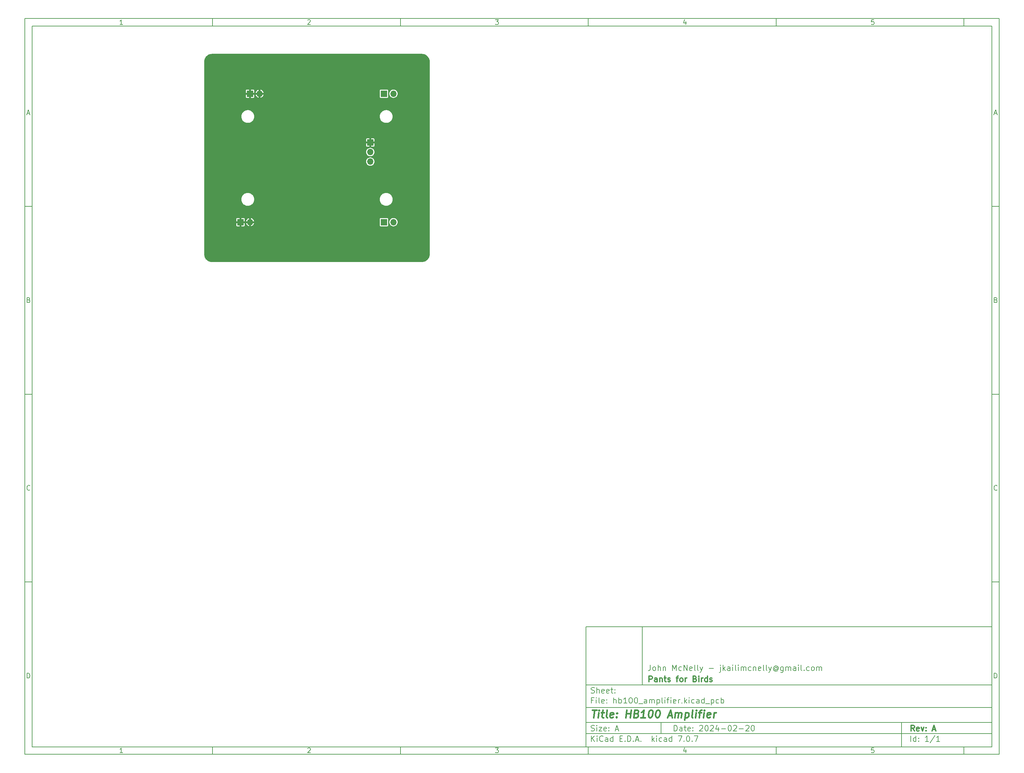
<source format=gbr>
%TF.GenerationSoftware,KiCad,Pcbnew,7.0.7*%
%TF.CreationDate,2024-02-20T22:27:51-08:00*%
%TF.ProjectId,hb100_amplifier,68623130-305f-4616-9d70-6c6966696572,A*%
%TF.SameCoordinates,PX42c1d80PY1c9c380*%
%TF.FileFunction,Copper,L2,Bot*%
%TF.FilePolarity,Positive*%
%FSLAX46Y46*%
G04 Gerber Fmt 4.6, Leading zero omitted, Abs format (unit mm)*
G04 Created by KiCad (PCBNEW 7.0.7) date 2024-02-20 22:27:51*
%MOMM*%
%LPD*%
G01*
G04 APERTURE LIST*
%ADD10C,0.100000*%
%ADD11C,0.150000*%
%ADD12C,0.300000*%
%ADD13C,0.400000*%
%TA.AperFunction,ComponentPad*%
%ADD14R,1.700000X1.700000*%
%TD*%
%TA.AperFunction,ComponentPad*%
%ADD15O,1.700000X1.700000*%
%TD*%
%TA.AperFunction,ViaPad*%
%ADD16C,1.200000*%
%TD*%
G04 APERTURE END LIST*
D10*
D11*
X89400000Y-141900000D02*
X197400000Y-141900000D01*
X197400000Y-173900000D01*
X89400000Y-173900000D01*
X89400000Y-141900000D01*
D10*
D11*
X-60000000Y20000000D02*
X199400000Y20000000D01*
X199400000Y-175900000D01*
X-60000000Y-175900000D01*
X-60000000Y20000000D01*
D10*
D11*
X-58000000Y18000000D02*
X197400000Y18000000D01*
X197400000Y-173900000D01*
X-58000000Y-173900000D01*
X-58000000Y18000000D01*
D10*
D11*
X-10000000Y18000000D02*
X-10000000Y20000000D01*
D10*
D11*
X40000000Y18000000D02*
X40000000Y20000000D01*
D10*
D11*
X90000000Y18000000D02*
X90000000Y20000000D01*
D10*
D11*
X140000000Y18000000D02*
X140000000Y20000000D01*
D10*
D11*
X190000000Y18000000D02*
X190000000Y20000000D01*
D10*
D11*
X-33910840Y18406396D02*
X-34653697Y18406396D01*
X-34282269Y18406396D02*
X-34282269Y19706396D01*
X-34282269Y19706396D02*
X-34406078Y19520681D01*
X-34406078Y19520681D02*
X-34529888Y19396872D01*
X-34529888Y19396872D02*
X-34653697Y19334967D01*
D10*
D11*
X15346303Y19582586D02*
X15408207Y19644491D01*
X15408207Y19644491D02*
X15532017Y19706396D01*
X15532017Y19706396D02*
X15841541Y19706396D01*
X15841541Y19706396D02*
X15965350Y19644491D01*
X15965350Y19644491D02*
X16027255Y19582586D01*
X16027255Y19582586D02*
X16089160Y19458777D01*
X16089160Y19458777D02*
X16089160Y19334967D01*
X16089160Y19334967D02*
X16027255Y19149253D01*
X16027255Y19149253D02*
X15284398Y18406396D01*
X15284398Y18406396D02*
X16089160Y18406396D01*
D10*
D11*
X65284398Y19706396D02*
X66089160Y19706396D01*
X66089160Y19706396D02*
X65655826Y19211158D01*
X65655826Y19211158D02*
X65841541Y19211158D01*
X65841541Y19211158D02*
X65965350Y19149253D01*
X65965350Y19149253D02*
X66027255Y19087348D01*
X66027255Y19087348D02*
X66089160Y18963539D01*
X66089160Y18963539D02*
X66089160Y18654015D01*
X66089160Y18654015D02*
X66027255Y18530205D01*
X66027255Y18530205D02*
X65965350Y18468300D01*
X65965350Y18468300D02*
X65841541Y18406396D01*
X65841541Y18406396D02*
X65470112Y18406396D01*
X65470112Y18406396D02*
X65346303Y18468300D01*
X65346303Y18468300D02*
X65284398Y18530205D01*
D10*
D11*
X115965350Y19273062D02*
X115965350Y18406396D01*
X115655826Y19768300D02*
X115346303Y18839729D01*
X115346303Y18839729D02*
X116151064Y18839729D01*
D10*
D11*
X166027255Y19706396D02*
X165408207Y19706396D01*
X165408207Y19706396D02*
X165346303Y19087348D01*
X165346303Y19087348D02*
X165408207Y19149253D01*
X165408207Y19149253D02*
X165532017Y19211158D01*
X165532017Y19211158D02*
X165841541Y19211158D01*
X165841541Y19211158D02*
X165965350Y19149253D01*
X165965350Y19149253D02*
X166027255Y19087348D01*
X166027255Y19087348D02*
X166089160Y18963539D01*
X166089160Y18963539D02*
X166089160Y18654015D01*
X166089160Y18654015D02*
X166027255Y18530205D01*
X166027255Y18530205D02*
X165965350Y18468300D01*
X165965350Y18468300D02*
X165841541Y18406396D01*
X165841541Y18406396D02*
X165532017Y18406396D01*
X165532017Y18406396D02*
X165408207Y18468300D01*
X165408207Y18468300D02*
X165346303Y18530205D01*
D10*
D11*
X-10000000Y-173900000D02*
X-10000000Y-175900000D01*
D10*
D11*
X40000000Y-173900000D02*
X40000000Y-175900000D01*
D10*
D11*
X90000000Y-173900000D02*
X90000000Y-175900000D01*
D10*
D11*
X140000000Y-173900000D02*
X140000000Y-175900000D01*
D10*
D11*
X190000000Y-173900000D02*
X190000000Y-175900000D01*
D10*
D11*
X-33910840Y-175493604D02*
X-34653697Y-175493604D01*
X-34282269Y-175493604D02*
X-34282269Y-174193604D01*
X-34282269Y-174193604D02*
X-34406078Y-174379319D01*
X-34406078Y-174379319D02*
X-34529888Y-174503128D01*
X-34529888Y-174503128D02*
X-34653697Y-174565033D01*
D10*
D11*
X15346303Y-174317414D02*
X15408207Y-174255509D01*
X15408207Y-174255509D02*
X15532017Y-174193604D01*
X15532017Y-174193604D02*
X15841541Y-174193604D01*
X15841541Y-174193604D02*
X15965350Y-174255509D01*
X15965350Y-174255509D02*
X16027255Y-174317414D01*
X16027255Y-174317414D02*
X16089160Y-174441223D01*
X16089160Y-174441223D02*
X16089160Y-174565033D01*
X16089160Y-174565033D02*
X16027255Y-174750747D01*
X16027255Y-174750747D02*
X15284398Y-175493604D01*
X15284398Y-175493604D02*
X16089160Y-175493604D01*
D10*
D11*
X65284398Y-174193604D02*
X66089160Y-174193604D01*
X66089160Y-174193604D02*
X65655826Y-174688842D01*
X65655826Y-174688842D02*
X65841541Y-174688842D01*
X65841541Y-174688842D02*
X65965350Y-174750747D01*
X65965350Y-174750747D02*
X66027255Y-174812652D01*
X66027255Y-174812652D02*
X66089160Y-174936461D01*
X66089160Y-174936461D02*
X66089160Y-175245985D01*
X66089160Y-175245985D02*
X66027255Y-175369795D01*
X66027255Y-175369795D02*
X65965350Y-175431700D01*
X65965350Y-175431700D02*
X65841541Y-175493604D01*
X65841541Y-175493604D02*
X65470112Y-175493604D01*
X65470112Y-175493604D02*
X65346303Y-175431700D01*
X65346303Y-175431700D02*
X65284398Y-175369795D01*
D10*
D11*
X115965350Y-174626938D02*
X115965350Y-175493604D01*
X115655826Y-174131700D02*
X115346303Y-175060271D01*
X115346303Y-175060271D02*
X116151064Y-175060271D01*
D10*
D11*
X166027255Y-174193604D02*
X165408207Y-174193604D01*
X165408207Y-174193604D02*
X165346303Y-174812652D01*
X165346303Y-174812652D02*
X165408207Y-174750747D01*
X165408207Y-174750747D02*
X165532017Y-174688842D01*
X165532017Y-174688842D02*
X165841541Y-174688842D01*
X165841541Y-174688842D02*
X165965350Y-174750747D01*
X165965350Y-174750747D02*
X166027255Y-174812652D01*
X166027255Y-174812652D02*
X166089160Y-174936461D01*
X166089160Y-174936461D02*
X166089160Y-175245985D01*
X166089160Y-175245985D02*
X166027255Y-175369795D01*
X166027255Y-175369795D02*
X165965350Y-175431700D01*
X165965350Y-175431700D02*
X165841541Y-175493604D01*
X165841541Y-175493604D02*
X165532017Y-175493604D01*
X165532017Y-175493604D02*
X165408207Y-175431700D01*
X165408207Y-175431700D02*
X165346303Y-175369795D01*
D10*
D11*
X-60000000Y-30000000D02*
X-58000000Y-30000000D01*
D10*
D11*
X-60000000Y-80000000D02*
X-58000000Y-80000000D01*
D10*
D11*
X-60000000Y-130000000D02*
X-58000000Y-130000000D01*
D10*
D11*
X-59309524Y-5222176D02*
X-58690477Y-5222176D01*
X-59433334Y-5593604D02*
X-59000001Y-4293604D01*
X-59000001Y-4293604D02*
X-58566667Y-5593604D01*
D10*
D11*
X-58907143Y-54912652D02*
X-58721429Y-54974557D01*
X-58721429Y-54974557D02*
X-58659524Y-55036461D01*
X-58659524Y-55036461D02*
X-58597620Y-55160271D01*
X-58597620Y-55160271D02*
X-58597620Y-55345985D01*
X-58597620Y-55345985D02*
X-58659524Y-55469795D01*
X-58659524Y-55469795D02*
X-58721429Y-55531700D01*
X-58721429Y-55531700D02*
X-58845239Y-55593604D01*
X-58845239Y-55593604D02*
X-59340477Y-55593604D01*
X-59340477Y-55593604D02*
X-59340477Y-54293604D01*
X-59340477Y-54293604D02*
X-58907143Y-54293604D01*
X-58907143Y-54293604D02*
X-58783334Y-54355509D01*
X-58783334Y-54355509D02*
X-58721429Y-54417414D01*
X-58721429Y-54417414D02*
X-58659524Y-54541223D01*
X-58659524Y-54541223D02*
X-58659524Y-54665033D01*
X-58659524Y-54665033D02*
X-58721429Y-54788842D01*
X-58721429Y-54788842D02*
X-58783334Y-54850747D01*
X-58783334Y-54850747D02*
X-58907143Y-54912652D01*
X-58907143Y-54912652D02*
X-59340477Y-54912652D01*
D10*
D11*
X-58597620Y-105469795D02*
X-58659524Y-105531700D01*
X-58659524Y-105531700D02*
X-58845239Y-105593604D01*
X-58845239Y-105593604D02*
X-58969048Y-105593604D01*
X-58969048Y-105593604D02*
X-59154762Y-105531700D01*
X-59154762Y-105531700D02*
X-59278572Y-105407890D01*
X-59278572Y-105407890D02*
X-59340477Y-105284080D01*
X-59340477Y-105284080D02*
X-59402381Y-105036461D01*
X-59402381Y-105036461D02*
X-59402381Y-104850747D01*
X-59402381Y-104850747D02*
X-59340477Y-104603128D01*
X-59340477Y-104603128D02*
X-59278572Y-104479319D01*
X-59278572Y-104479319D02*
X-59154762Y-104355509D01*
X-59154762Y-104355509D02*
X-58969048Y-104293604D01*
X-58969048Y-104293604D02*
X-58845239Y-104293604D01*
X-58845239Y-104293604D02*
X-58659524Y-104355509D01*
X-58659524Y-104355509D02*
X-58597620Y-104417414D01*
D10*
D11*
X-59340477Y-155593604D02*
X-59340477Y-154293604D01*
X-59340477Y-154293604D02*
X-59030953Y-154293604D01*
X-59030953Y-154293604D02*
X-58845239Y-154355509D01*
X-58845239Y-154355509D02*
X-58721429Y-154479319D01*
X-58721429Y-154479319D02*
X-58659524Y-154603128D01*
X-58659524Y-154603128D02*
X-58597620Y-154850747D01*
X-58597620Y-154850747D02*
X-58597620Y-155036461D01*
X-58597620Y-155036461D02*
X-58659524Y-155284080D01*
X-58659524Y-155284080D02*
X-58721429Y-155407890D01*
X-58721429Y-155407890D02*
X-58845239Y-155531700D01*
X-58845239Y-155531700D02*
X-59030953Y-155593604D01*
X-59030953Y-155593604D02*
X-59340477Y-155593604D01*
D10*
D11*
X199400000Y-30000000D02*
X197400000Y-30000000D01*
D10*
D11*
X199400000Y-80000000D02*
X197400000Y-80000000D01*
D10*
D11*
X199400000Y-130000000D02*
X197400000Y-130000000D01*
D10*
D11*
X198090476Y-5222176D02*
X198709523Y-5222176D01*
X197966666Y-5593604D02*
X198399999Y-4293604D01*
X198399999Y-4293604D02*
X198833333Y-5593604D01*
D10*
D11*
X198492857Y-54912652D02*
X198678571Y-54974557D01*
X198678571Y-54974557D02*
X198740476Y-55036461D01*
X198740476Y-55036461D02*
X198802380Y-55160271D01*
X198802380Y-55160271D02*
X198802380Y-55345985D01*
X198802380Y-55345985D02*
X198740476Y-55469795D01*
X198740476Y-55469795D02*
X198678571Y-55531700D01*
X198678571Y-55531700D02*
X198554761Y-55593604D01*
X198554761Y-55593604D02*
X198059523Y-55593604D01*
X198059523Y-55593604D02*
X198059523Y-54293604D01*
X198059523Y-54293604D02*
X198492857Y-54293604D01*
X198492857Y-54293604D02*
X198616666Y-54355509D01*
X198616666Y-54355509D02*
X198678571Y-54417414D01*
X198678571Y-54417414D02*
X198740476Y-54541223D01*
X198740476Y-54541223D02*
X198740476Y-54665033D01*
X198740476Y-54665033D02*
X198678571Y-54788842D01*
X198678571Y-54788842D02*
X198616666Y-54850747D01*
X198616666Y-54850747D02*
X198492857Y-54912652D01*
X198492857Y-54912652D02*
X198059523Y-54912652D01*
D10*
D11*
X198802380Y-105469795D02*
X198740476Y-105531700D01*
X198740476Y-105531700D02*
X198554761Y-105593604D01*
X198554761Y-105593604D02*
X198430952Y-105593604D01*
X198430952Y-105593604D02*
X198245238Y-105531700D01*
X198245238Y-105531700D02*
X198121428Y-105407890D01*
X198121428Y-105407890D02*
X198059523Y-105284080D01*
X198059523Y-105284080D02*
X197997619Y-105036461D01*
X197997619Y-105036461D02*
X197997619Y-104850747D01*
X197997619Y-104850747D02*
X198059523Y-104603128D01*
X198059523Y-104603128D02*
X198121428Y-104479319D01*
X198121428Y-104479319D02*
X198245238Y-104355509D01*
X198245238Y-104355509D02*
X198430952Y-104293604D01*
X198430952Y-104293604D02*
X198554761Y-104293604D01*
X198554761Y-104293604D02*
X198740476Y-104355509D01*
X198740476Y-104355509D02*
X198802380Y-104417414D01*
D10*
D11*
X198059523Y-155593604D02*
X198059523Y-154293604D01*
X198059523Y-154293604D02*
X198369047Y-154293604D01*
X198369047Y-154293604D02*
X198554761Y-154355509D01*
X198554761Y-154355509D02*
X198678571Y-154479319D01*
X198678571Y-154479319D02*
X198740476Y-154603128D01*
X198740476Y-154603128D02*
X198802380Y-154850747D01*
X198802380Y-154850747D02*
X198802380Y-155036461D01*
X198802380Y-155036461D02*
X198740476Y-155284080D01*
X198740476Y-155284080D02*
X198678571Y-155407890D01*
X198678571Y-155407890D02*
X198554761Y-155531700D01*
X198554761Y-155531700D02*
X198369047Y-155593604D01*
X198369047Y-155593604D02*
X198059523Y-155593604D01*
D10*
D11*
X112855826Y-169686128D02*
X112855826Y-168186128D01*
X112855826Y-168186128D02*
X113212969Y-168186128D01*
X113212969Y-168186128D02*
X113427255Y-168257557D01*
X113427255Y-168257557D02*
X113570112Y-168400414D01*
X113570112Y-168400414D02*
X113641541Y-168543271D01*
X113641541Y-168543271D02*
X113712969Y-168828985D01*
X113712969Y-168828985D02*
X113712969Y-169043271D01*
X113712969Y-169043271D02*
X113641541Y-169328985D01*
X113641541Y-169328985D02*
X113570112Y-169471842D01*
X113570112Y-169471842D02*
X113427255Y-169614700D01*
X113427255Y-169614700D02*
X113212969Y-169686128D01*
X113212969Y-169686128D02*
X112855826Y-169686128D01*
X114998684Y-169686128D02*
X114998684Y-168900414D01*
X114998684Y-168900414D02*
X114927255Y-168757557D01*
X114927255Y-168757557D02*
X114784398Y-168686128D01*
X114784398Y-168686128D02*
X114498684Y-168686128D01*
X114498684Y-168686128D02*
X114355826Y-168757557D01*
X114998684Y-169614700D02*
X114855826Y-169686128D01*
X114855826Y-169686128D02*
X114498684Y-169686128D01*
X114498684Y-169686128D02*
X114355826Y-169614700D01*
X114355826Y-169614700D02*
X114284398Y-169471842D01*
X114284398Y-169471842D02*
X114284398Y-169328985D01*
X114284398Y-169328985D02*
X114355826Y-169186128D01*
X114355826Y-169186128D02*
X114498684Y-169114700D01*
X114498684Y-169114700D02*
X114855826Y-169114700D01*
X114855826Y-169114700D02*
X114998684Y-169043271D01*
X115498684Y-168686128D02*
X116070112Y-168686128D01*
X115712969Y-168186128D02*
X115712969Y-169471842D01*
X115712969Y-169471842D02*
X115784398Y-169614700D01*
X115784398Y-169614700D02*
X115927255Y-169686128D01*
X115927255Y-169686128D02*
X116070112Y-169686128D01*
X117141541Y-169614700D02*
X116998684Y-169686128D01*
X116998684Y-169686128D02*
X116712970Y-169686128D01*
X116712970Y-169686128D02*
X116570112Y-169614700D01*
X116570112Y-169614700D02*
X116498684Y-169471842D01*
X116498684Y-169471842D02*
X116498684Y-168900414D01*
X116498684Y-168900414D02*
X116570112Y-168757557D01*
X116570112Y-168757557D02*
X116712970Y-168686128D01*
X116712970Y-168686128D02*
X116998684Y-168686128D01*
X116998684Y-168686128D02*
X117141541Y-168757557D01*
X117141541Y-168757557D02*
X117212970Y-168900414D01*
X117212970Y-168900414D02*
X117212970Y-169043271D01*
X117212970Y-169043271D02*
X116498684Y-169186128D01*
X117855826Y-169543271D02*
X117927255Y-169614700D01*
X117927255Y-169614700D02*
X117855826Y-169686128D01*
X117855826Y-169686128D02*
X117784398Y-169614700D01*
X117784398Y-169614700D02*
X117855826Y-169543271D01*
X117855826Y-169543271D02*
X117855826Y-169686128D01*
X117855826Y-168757557D02*
X117927255Y-168828985D01*
X117927255Y-168828985D02*
X117855826Y-168900414D01*
X117855826Y-168900414D02*
X117784398Y-168828985D01*
X117784398Y-168828985D02*
X117855826Y-168757557D01*
X117855826Y-168757557D02*
X117855826Y-168900414D01*
X119641541Y-168328985D02*
X119712969Y-168257557D01*
X119712969Y-168257557D02*
X119855827Y-168186128D01*
X119855827Y-168186128D02*
X120212969Y-168186128D01*
X120212969Y-168186128D02*
X120355827Y-168257557D01*
X120355827Y-168257557D02*
X120427255Y-168328985D01*
X120427255Y-168328985D02*
X120498684Y-168471842D01*
X120498684Y-168471842D02*
X120498684Y-168614700D01*
X120498684Y-168614700D02*
X120427255Y-168828985D01*
X120427255Y-168828985D02*
X119570112Y-169686128D01*
X119570112Y-169686128D02*
X120498684Y-169686128D01*
X121427255Y-168186128D02*
X121570112Y-168186128D01*
X121570112Y-168186128D02*
X121712969Y-168257557D01*
X121712969Y-168257557D02*
X121784398Y-168328985D01*
X121784398Y-168328985D02*
X121855826Y-168471842D01*
X121855826Y-168471842D02*
X121927255Y-168757557D01*
X121927255Y-168757557D02*
X121927255Y-169114700D01*
X121927255Y-169114700D02*
X121855826Y-169400414D01*
X121855826Y-169400414D02*
X121784398Y-169543271D01*
X121784398Y-169543271D02*
X121712969Y-169614700D01*
X121712969Y-169614700D02*
X121570112Y-169686128D01*
X121570112Y-169686128D02*
X121427255Y-169686128D01*
X121427255Y-169686128D02*
X121284398Y-169614700D01*
X121284398Y-169614700D02*
X121212969Y-169543271D01*
X121212969Y-169543271D02*
X121141540Y-169400414D01*
X121141540Y-169400414D02*
X121070112Y-169114700D01*
X121070112Y-169114700D02*
X121070112Y-168757557D01*
X121070112Y-168757557D02*
X121141540Y-168471842D01*
X121141540Y-168471842D02*
X121212969Y-168328985D01*
X121212969Y-168328985D02*
X121284398Y-168257557D01*
X121284398Y-168257557D02*
X121427255Y-168186128D01*
X122498683Y-168328985D02*
X122570111Y-168257557D01*
X122570111Y-168257557D02*
X122712969Y-168186128D01*
X122712969Y-168186128D02*
X123070111Y-168186128D01*
X123070111Y-168186128D02*
X123212969Y-168257557D01*
X123212969Y-168257557D02*
X123284397Y-168328985D01*
X123284397Y-168328985D02*
X123355826Y-168471842D01*
X123355826Y-168471842D02*
X123355826Y-168614700D01*
X123355826Y-168614700D02*
X123284397Y-168828985D01*
X123284397Y-168828985D02*
X122427254Y-169686128D01*
X122427254Y-169686128D02*
X123355826Y-169686128D01*
X124641540Y-168686128D02*
X124641540Y-169686128D01*
X124284397Y-168114700D02*
X123927254Y-169186128D01*
X123927254Y-169186128D02*
X124855825Y-169186128D01*
X125427253Y-169114700D02*
X126570111Y-169114700D01*
X127570111Y-168186128D02*
X127712968Y-168186128D01*
X127712968Y-168186128D02*
X127855825Y-168257557D01*
X127855825Y-168257557D02*
X127927254Y-168328985D01*
X127927254Y-168328985D02*
X127998682Y-168471842D01*
X127998682Y-168471842D02*
X128070111Y-168757557D01*
X128070111Y-168757557D02*
X128070111Y-169114700D01*
X128070111Y-169114700D02*
X127998682Y-169400414D01*
X127998682Y-169400414D02*
X127927254Y-169543271D01*
X127927254Y-169543271D02*
X127855825Y-169614700D01*
X127855825Y-169614700D02*
X127712968Y-169686128D01*
X127712968Y-169686128D02*
X127570111Y-169686128D01*
X127570111Y-169686128D02*
X127427254Y-169614700D01*
X127427254Y-169614700D02*
X127355825Y-169543271D01*
X127355825Y-169543271D02*
X127284396Y-169400414D01*
X127284396Y-169400414D02*
X127212968Y-169114700D01*
X127212968Y-169114700D02*
X127212968Y-168757557D01*
X127212968Y-168757557D02*
X127284396Y-168471842D01*
X127284396Y-168471842D02*
X127355825Y-168328985D01*
X127355825Y-168328985D02*
X127427254Y-168257557D01*
X127427254Y-168257557D02*
X127570111Y-168186128D01*
X128641539Y-168328985D02*
X128712967Y-168257557D01*
X128712967Y-168257557D02*
X128855825Y-168186128D01*
X128855825Y-168186128D02*
X129212967Y-168186128D01*
X129212967Y-168186128D02*
X129355825Y-168257557D01*
X129355825Y-168257557D02*
X129427253Y-168328985D01*
X129427253Y-168328985D02*
X129498682Y-168471842D01*
X129498682Y-168471842D02*
X129498682Y-168614700D01*
X129498682Y-168614700D02*
X129427253Y-168828985D01*
X129427253Y-168828985D02*
X128570110Y-169686128D01*
X128570110Y-169686128D02*
X129498682Y-169686128D01*
X130141538Y-169114700D02*
X131284396Y-169114700D01*
X131927253Y-168328985D02*
X131998681Y-168257557D01*
X131998681Y-168257557D02*
X132141539Y-168186128D01*
X132141539Y-168186128D02*
X132498681Y-168186128D01*
X132498681Y-168186128D02*
X132641539Y-168257557D01*
X132641539Y-168257557D02*
X132712967Y-168328985D01*
X132712967Y-168328985D02*
X132784396Y-168471842D01*
X132784396Y-168471842D02*
X132784396Y-168614700D01*
X132784396Y-168614700D02*
X132712967Y-168828985D01*
X132712967Y-168828985D02*
X131855824Y-169686128D01*
X131855824Y-169686128D02*
X132784396Y-169686128D01*
X133712967Y-168186128D02*
X133855824Y-168186128D01*
X133855824Y-168186128D02*
X133998681Y-168257557D01*
X133998681Y-168257557D02*
X134070110Y-168328985D01*
X134070110Y-168328985D02*
X134141538Y-168471842D01*
X134141538Y-168471842D02*
X134212967Y-168757557D01*
X134212967Y-168757557D02*
X134212967Y-169114700D01*
X134212967Y-169114700D02*
X134141538Y-169400414D01*
X134141538Y-169400414D02*
X134070110Y-169543271D01*
X134070110Y-169543271D02*
X133998681Y-169614700D01*
X133998681Y-169614700D02*
X133855824Y-169686128D01*
X133855824Y-169686128D02*
X133712967Y-169686128D01*
X133712967Y-169686128D02*
X133570110Y-169614700D01*
X133570110Y-169614700D02*
X133498681Y-169543271D01*
X133498681Y-169543271D02*
X133427252Y-169400414D01*
X133427252Y-169400414D02*
X133355824Y-169114700D01*
X133355824Y-169114700D02*
X133355824Y-168757557D01*
X133355824Y-168757557D02*
X133427252Y-168471842D01*
X133427252Y-168471842D02*
X133498681Y-168328985D01*
X133498681Y-168328985D02*
X133570110Y-168257557D01*
X133570110Y-168257557D02*
X133712967Y-168186128D01*
D10*
D11*
X89400000Y-170400000D02*
X197400000Y-170400000D01*
D10*
D11*
X90855826Y-172486128D02*
X90855826Y-170986128D01*
X91712969Y-172486128D02*
X91070112Y-171628985D01*
X91712969Y-170986128D02*
X90855826Y-171843271D01*
X92355826Y-172486128D02*
X92355826Y-171486128D01*
X92355826Y-170986128D02*
X92284398Y-171057557D01*
X92284398Y-171057557D02*
X92355826Y-171128985D01*
X92355826Y-171128985D02*
X92427255Y-171057557D01*
X92427255Y-171057557D02*
X92355826Y-170986128D01*
X92355826Y-170986128D02*
X92355826Y-171128985D01*
X93927255Y-172343271D02*
X93855827Y-172414700D01*
X93855827Y-172414700D02*
X93641541Y-172486128D01*
X93641541Y-172486128D02*
X93498684Y-172486128D01*
X93498684Y-172486128D02*
X93284398Y-172414700D01*
X93284398Y-172414700D02*
X93141541Y-172271842D01*
X93141541Y-172271842D02*
X93070112Y-172128985D01*
X93070112Y-172128985D02*
X92998684Y-171843271D01*
X92998684Y-171843271D02*
X92998684Y-171628985D01*
X92998684Y-171628985D02*
X93070112Y-171343271D01*
X93070112Y-171343271D02*
X93141541Y-171200414D01*
X93141541Y-171200414D02*
X93284398Y-171057557D01*
X93284398Y-171057557D02*
X93498684Y-170986128D01*
X93498684Y-170986128D02*
X93641541Y-170986128D01*
X93641541Y-170986128D02*
X93855827Y-171057557D01*
X93855827Y-171057557D02*
X93927255Y-171128985D01*
X95212970Y-172486128D02*
X95212970Y-171700414D01*
X95212970Y-171700414D02*
X95141541Y-171557557D01*
X95141541Y-171557557D02*
X94998684Y-171486128D01*
X94998684Y-171486128D02*
X94712970Y-171486128D01*
X94712970Y-171486128D02*
X94570112Y-171557557D01*
X95212970Y-172414700D02*
X95070112Y-172486128D01*
X95070112Y-172486128D02*
X94712970Y-172486128D01*
X94712970Y-172486128D02*
X94570112Y-172414700D01*
X94570112Y-172414700D02*
X94498684Y-172271842D01*
X94498684Y-172271842D02*
X94498684Y-172128985D01*
X94498684Y-172128985D02*
X94570112Y-171986128D01*
X94570112Y-171986128D02*
X94712970Y-171914700D01*
X94712970Y-171914700D02*
X95070112Y-171914700D01*
X95070112Y-171914700D02*
X95212970Y-171843271D01*
X96570113Y-172486128D02*
X96570113Y-170986128D01*
X96570113Y-172414700D02*
X96427255Y-172486128D01*
X96427255Y-172486128D02*
X96141541Y-172486128D01*
X96141541Y-172486128D02*
X95998684Y-172414700D01*
X95998684Y-172414700D02*
X95927255Y-172343271D01*
X95927255Y-172343271D02*
X95855827Y-172200414D01*
X95855827Y-172200414D02*
X95855827Y-171771842D01*
X95855827Y-171771842D02*
X95927255Y-171628985D01*
X95927255Y-171628985D02*
X95998684Y-171557557D01*
X95998684Y-171557557D02*
X96141541Y-171486128D01*
X96141541Y-171486128D02*
X96427255Y-171486128D01*
X96427255Y-171486128D02*
X96570113Y-171557557D01*
X98427255Y-171700414D02*
X98927255Y-171700414D01*
X99141541Y-172486128D02*
X98427255Y-172486128D01*
X98427255Y-172486128D02*
X98427255Y-170986128D01*
X98427255Y-170986128D02*
X99141541Y-170986128D01*
X99784398Y-172343271D02*
X99855827Y-172414700D01*
X99855827Y-172414700D02*
X99784398Y-172486128D01*
X99784398Y-172486128D02*
X99712970Y-172414700D01*
X99712970Y-172414700D02*
X99784398Y-172343271D01*
X99784398Y-172343271D02*
X99784398Y-172486128D01*
X100498684Y-172486128D02*
X100498684Y-170986128D01*
X100498684Y-170986128D02*
X100855827Y-170986128D01*
X100855827Y-170986128D02*
X101070113Y-171057557D01*
X101070113Y-171057557D02*
X101212970Y-171200414D01*
X101212970Y-171200414D02*
X101284399Y-171343271D01*
X101284399Y-171343271D02*
X101355827Y-171628985D01*
X101355827Y-171628985D02*
X101355827Y-171843271D01*
X101355827Y-171843271D02*
X101284399Y-172128985D01*
X101284399Y-172128985D02*
X101212970Y-172271842D01*
X101212970Y-172271842D02*
X101070113Y-172414700D01*
X101070113Y-172414700D02*
X100855827Y-172486128D01*
X100855827Y-172486128D02*
X100498684Y-172486128D01*
X101998684Y-172343271D02*
X102070113Y-172414700D01*
X102070113Y-172414700D02*
X101998684Y-172486128D01*
X101998684Y-172486128D02*
X101927256Y-172414700D01*
X101927256Y-172414700D02*
X101998684Y-172343271D01*
X101998684Y-172343271D02*
X101998684Y-172486128D01*
X102641542Y-172057557D02*
X103355828Y-172057557D01*
X102498685Y-172486128D02*
X102998685Y-170986128D01*
X102998685Y-170986128D02*
X103498685Y-172486128D01*
X103998684Y-172343271D02*
X104070113Y-172414700D01*
X104070113Y-172414700D02*
X103998684Y-172486128D01*
X103998684Y-172486128D02*
X103927256Y-172414700D01*
X103927256Y-172414700D02*
X103998684Y-172343271D01*
X103998684Y-172343271D02*
X103998684Y-172486128D01*
X106998684Y-172486128D02*
X106998684Y-170986128D01*
X107141542Y-171914700D02*
X107570113Y-172486128D01*
X107570113Y-171486128D02*
X106998684Y-172057557D01*
X108212970Y-172486128D02*
X108212970Y-171486128D01*
X108212970Y-170986128D02*
X108141542Y-171057557D01*
X108141542Y-171057557D02*
X108212970Y-171128985D01*
X108212970Y-171128985D02*
X108284399Y-171057557D01*
X108284399Y-171057557D02*
X108212970Y-170986128D01*
X108212970Y-170986128D02*
X108212970Y-171128985D01*
X109570114Y-172414700D02*
X109427256Y-172486128D01*
X109427256Y-172486128D02*
X109141542Y-172486128D01*
X109141542Y-172486128D02*
X108998685Y-172414700D01*
X108998685Y-172414700D02*
X108927256Y-172343271D01*
X108927256Y-172343271D02*
X108855828Y-172200414D01*
X108855828Y-172200414D02*
X108855828Y-171771842D01*
X108855828Y-171771842D02*
X108927256Y-171628985D01*
X108927256Y-171628985D02*
X108998685Y-171557557D01*
X108998685Y-171557557D02*
X109141542Y-171486128D01*
X109141542Y-171486128D02*
X109427256Y-171486128D01*
X109427256Y-171486128D02*
X109570114Y-171557557D01*
X110855828Y-172486128D02*
X110855828Y-171700414D01*
X110855828Y-171700414D02*
X110784399Y-171557557D01*
X110784399Y-171557557D02*
X110641542Y-171486128D01*
X110641542Y-171486128D02*
X110355828Y-171486128D01*
X110355828Y-171486128D02*
X110212970Y-171557557D01*
X110855828Y-172414700D02*
X110712970Y-172486128D01*
X110712970Y-172486128D02*
X110355828Y-172486128D01*
X110355828Y-172486128D02*
X110212970Y-172414700D01*
X110212970Y-172414700D02*
X110141542Y-172271842D01*
X110141542Y-172271842D02*
X110141542Y-172128985D01*
X110141542Y-172128985D02*
X110212970Y-171986128D01*
X110212970Y-171986128D02*
X110355828Y-171914700D01*
X110355828Y-171914700D02*
X110712970Y-171914700D01*
X110712970Y-171914700D02*
X110855828Y-171843271D01*
X112212971Y-172486128D02*
X112212971Y-170986128D01*
X112212971Y-172414700D02*
X112070113Y-172486128D01*
X112070113Y-172486128D02*
X111784399Y-172486128D01*
X111784399Y-172486128D02*
X111641542Y-172414700D01*
X111641542Y-172414700D02*
X111570113Y-172343271D01*
X111570113Y-172343271D02*
X111498685Y-172200414D01*
X111498685Y-172200414D02*
X111498685Y-171771842D01*
X111498685Y-171771842D02*
X111570113Y-171628985D01*
X111570113Y-171628985D02*
X111641542Y-171557557D01*
X111641542Y-171557557D02*
X111784399Y-171486128D01*
X111784399Y-171486128D02*
X112070113Y-171486128D01*
X112070113Y-171486128D02*
X112212971Y-171557557D01*
X113927256Y-170986128D02*
X114927256Y-170986128D01*
X114927256Y-170986128D02*
X114284399Y-172486128D01*
X115498684Y-172343271D02*
X115570113Y-172414700D01*
X115570113Y-172414700D02*
X115498684Y-172486128D01*
X115498684Y-172486128D02*
X115427256Y-172414700D01*
X115427256Y-172414700D02*
X115498684Y-172343271D01*
X115498684Y-172343271D02*
X115498684Y-172486128D01*
X116498685Y-170986128D02*
X116641542Y-170986128D01*
X116641542Y-170986128D02*
X116784399Y-171057557D01*
X116784399Y-171057557D02*
X116855828Y-171128985D01*
X116855828Y-171128985D02*
X116927256Y-171271842D01*
X116927256Y-171271842D02*
X116998685Y-171557557D01*
X116998685Y-171557557D02*
X116998685Y-171914700D01*
X116998685Y-171914700D02*
X116927256Y-172200414D01*
X116927256Y-172200414D02*
X116855828Y-172343271D01*
X116855828Y-172343271D02*
X116784399Y-172414700D01*
X116784399Y-172414700D02*
X116641542Y-172486128D01*
X116641542Y-172486128D02*
X116498685Y-172486128D01*
X116498685Y-172486128D02*
X116355828Y-172414700D01*
X116355828Y-172414700D02*
X116284399Y-172343271D01*
X116284399Y-172343271D02*
X116212970Y-172200414D01*
X116212970Y-172200414D02*
X116141542Y-171914700D01*
X116141542Y-171914700D02*
X116141542Y-171557557D01*
X116141542Y-171557557D02*
X116212970Y-171271842D01*
X116212970Y-171271842D02*
X116284399Y-171128985D01*
X116284399Y-171128985D02*
X116355828Y-171057557D01*
X116355828Y-171057557D02*
X116498685Y-170986128D01*
X117641541Y-172343271D02*
X117712970Y-172414700D01*
X117712970Y-172414700D02*
X117641541Y-172486128D01*
X117641541Y-172486128D02*
X117570113Y-172414700D01*
X117570113Y-172414700D02*
X117641541Y-172343271D01*
X117641541Y-172343271D02*
X117641541Y-172486128D01*
X118212970Y-170986128D02*
X119212970Y-170986128D01*
X119212970Y-170986128D02*
X118570113Y-172486128D01*
D10*
D11*
X89400000Y-167400000D02*
X197400000Y-167400000D01*
D10*
D12*
X176811653Y-169678328D02*
X176311653Y-168964042D01*
X175954510Y-169678328D02*
X175954510Y-168178328D01*
X175954510Y-168178328D02*
X176525939Y-168178328D01*
X176525939Y-168178328D02*
X176668796Y-168249757D01*
X176668796Y-168249757D02*
X176740225Y-168321185D01*
X176740225Y-168321185D02*
X176811653Y-168464042D01*
X176811653Y-168464042D02*
X176811653Y-168678328D01*
X176811653Y-168678328D02*
X176740225Y-168821185D01*
X176740225Y-168821185D02*
X176668796Y-168892614D01*
X176668796Y-168892614D02*
X176525939Y-168964042D01*
X176525939Y-168964042D02*
X175954510Y-168964042D01*
X178025939Y-169606900D02*
X177883082Y-169678328D01*
X177883082Y-169678328D02*
X177597368Y-169678328D01*
X177597368Y-169678328D02*
X177454510Y-169606900D01*
X177454510Y-169606900D02*
X177383082Y-169464042D01*
X177383082Y-169464042D02*
X177383082Y-168892614D01*
X177383082Y-168892614D02*
X177454510Y-168749757D01*
X177454510Y-168749757D02*
X177597368Y-168678328D01*
X177597368Y-168678328D02*
X177883082Y-168678328D01*
X177883082Y-168678328D02*
X178025939Y-168749757D01*
X178025939Y-168749757D02*
X178097368Y-168892614D01*
X178097368Y-168892614D02*
X178097368Y-169035471D01*
X178097368Y-169035471D02*
X177383082Y-169178328D01*
X178597367Y-168678328D02*
X178954510Y-169678328D01*
X178954510Y-169678328D02*
X179311653Y-168678328D01*
X179883081Y-169535471D02*
X179954510Y-169606900D01*
X179954510Y-169606900D02*
X179883081Y-169678328D01*
X179883081Y-169678328D02*
X179811653Y-169606900D01*
X179811653Y-169606900D02*
X179883081Y-169535471D01*
X179883081Y-169535471D02*
X179883081Y-169678328D01*
X179883081Y-168749757D02*
X179954510Y-168821185D01*
X179954510Y-168821185D02*
X179883081Y-168892614D01*
X179883081Y-168892614D02*
X179811653Y-168821185D01*
X179811653Y-168821185D02*
X179883081Y-168749757D01*
X179883081Y-168749757D02*
X179883081Y-168892614D01*
X181668796Y-169249757D02*
X182383082Y-169249757D01*
X181525939Y-169678328D02*
X182025939Y-168178328D01*
X182025939Y-168178328D02*
X182525939Y-169678328D01*
D10*
D11*
X90784398Y-169614700D02*
X90998684Y-169686128D01*
X90998684Y-169686128D02*
X91355826Y-169686128D01*
X91355826Y-169686128D02*
X91498684Y-169614700D01*
X91498684Y-169614700D02*
X91570112Y-169543271D01*
X91570112Y-169543271D02*
X91641541Y-169400414D01*
X91641541Y-169400414D02*
X91641541Y-169257557D01*
X91641541Y-169257557D02*
X91570112Y-169114700D01*
X91570112Y-169114700D02*
X91498684Y-169043271D01*
X91498684Y-169043271D02*
X91355826Y-168971842D01*
X91355826Y-168971842D02*
X91070112Y-168900414D01*
X91070112Y-168900414D02*
X90927255Y-168828985D01*
X90927255Y-168828985D02*
X90855826Y-168757557D01*
X90855826Y-168757557D02*
X90784398Y-168614700D01*
X90784398Y-168614700D02*
X90784398Y-168471842D01*
X90784398Y-168471842D02*
X90855826Y-168328985D01*
X90855826Y-168328985D02*
X90927255Y-168257557D01*
X90927255Y-168257557D02*
X91070112Y-168186128D01*
X91070112Y-168186128D02*
X91427255Y-168186128D01*
X91427255Y-168186128D02*
X91641541Y-168257557D01*
X92284397Y-169686128D02*
X92284397Y-168686128D01*
X92284397Y-168186128D02*
X92212969Y-168257557D01*
X92212969Y-168257557D02*
X92284397Y-168328985D01*
X92284397Y-168328985D02*
X92355826Y-168257557D01*
X92355826Y-168257557D02*
X92284397Y-168186128D01*
X92284397Y-168186128D02*
X92284397Y-168328985D01*
X92855826Y-168686128D02*
X93641541Y-168686128D01*
X93641541Y-168686128D02*
X92855826Y-169686128D01*
X92855826Y-169686128D02*
X93641541Y-169686128D01*
X94784398Y-169614700D02*
X94641541Y-169686128D01*
X94641541Y-169686128D02*
X94355827Y-169686128D01*
X94355827Y-169686128D02*
X94212969Y-169614700D01*
X94212969Y-169614700D02*
X94141541Y-169471842D01*
X94141541Y-169471842D02*
X94141541Y-168900414D01*
X94141541Y-168900414D02*
X94212969Y-168757557D01*
X94212969Y-168757557D02*
X94355827Y-168686128D01*
X94355827Y-168686128D02*
X94641541Y-168686128D01*
X94641541Y-168686128D02*
X94784398Y-168757557D01*
X94784398Y-168757557D02*
X94855827Y-168900414D01*
X94855827Y-168900414D02*
X94855827Y-169043271D01*
X94855827Y-169043271D02*
X94141541Y-169186128D01*
X95498683Y-169543271D02*
X95570112Y-169614700D01*
X95570112Y-169614700D02*
X95498683Y-169686128D01*
X95498683Y-169686128D02*
X95427255Y-169614700D01*
X95427255Y-169614700D02*
X95498683Y-169543271D01*
X95498683Y-169543271D02*
X95498683Y-169686128D01*
X95498683Y-168757557D02*
X95570112Y-168828985D01*
X95570112Y-168828985D02*
X95498683Y-168900414D01*
X95498683Y-168900414D02*
X95427255Y-168828985D01*
X95427255Y-168828985D02*
X95498683Y-168757557D01*
X95498683Y-168757557D02*
X95498683Y-168900414D01*
X97284398Y-169257557D02*
X97998684Y-169257557D01*
X97141541Y-169686128D02*
X97641541Y-168186128D01*
X97641541Y-168186128D02*
X98141541Y-169686128D01*
D10*
D11*
X175855826Y-172486128D02*
X175855826Y-170986128D01*
X177212970Y-172486128D02*
X177212970Y-170986128D01*
X177212970Y-172414700D02*
X177070112Y-172486128D01*
X177070112Y-172486128D02*
X176784398Y-172486128D01*
X176784398Y-172486128D02*
X176641541Y-172414700D01*
X176641541Y-172414700D02*
X176570112Y-172343271D01*
X176570112Y-172343271D02*
X176498684Y-172200414D01*
X176498684Y-172200414D02*
X176498684Y-171771842D01*
X176498684Y-171771842D02*
X176570112Y-171628985D01*
X176570112Y-171628985D02*
X176641541Y-171557557D01*
X176641541Y-171557557D02*
X176784398Y-171486128D01*
X176784398Y-171486128D02*
X177070112Y-171486128D01*
X177070112Y-171486128D02*
X177212970Y-171557557D01*
X177927255Y-172343271D02*
X177998684Y-172414700D01*
X177998684Y-172414700D02*
X177927255Y-172486128D01*
X177927255Y-172486128D02*
X177855827Y-172414700D01*
X177855827Y-172414700D02*
X177927255Y-172343271D01*
X177927255Y-172343271D02*
X177927255Y-172486128D01*
X177927255Y-171557557D02*
X177998684Y-171628985D01*
X177998684Y-171628985D02*
X177927255Y-171700414D01*
X177927255Y-171700414D02*
X177855827Y-171628985D01*
X177855827Y-171628985D02*
X177927255Y-171557557D01*
X177927255Y-171557557D02*
X177927255Y-171700414D01*
X180570113Y-172486128D02*
X179712970Y-172486128D01*
X180141541Y-172486128D02*
X180141541Y-170986128D01*
X180141541Y-170986128D02*
X179998684Y-171200414D01*
X179998684Y-171200414D02*
X179855827Y-171343271D01*
X179855827Y-171343271D02*
X179712970Y-171414700D01*
X182284398Y-170914700D02*
X180998684Y-172843271D01*
X183570113Y-172486128D02*
X182712970Y-172486128D01*
X183141541Y-172486128D02*
X183141541Y-170986128D01*
X183141541Y-170986128D02*
X182998684Y-171200414D01*
X182998684Y-171200414D02*
X182855827Y-171343271D01*
X182855827Y-171343271D02*
X182712970Y-171414700D01*
D10*
D11*
X89400000Y-163400000D02*
X197400000Y-163400000D01*
D10*
D13*
X91091728Y-164104438D02*
X92234585Y-164104438D01*
X91413157Y-166104438D02*
X91663157Y-164104438D01*
X92651252Y-166104438D02*
X92817919Y-164771104D01*
X92901252Y-164104438D02*
X92794109Y-164199676D01*
X92794109Y-164199676D02*
X92877443Y-164294914D01*
X92877443Y-164294914D02*
X92984586Y-164199676D01*
X92984586Y-164199676D02*
X92901252Y-164104438D01*
X92901252Y-164104438D02*
X92877443Y-164294914D01*
X93484586Y-164771104D02*
X94246490Y-164771104D01*
X93853633Y-164104438D02*
X93639348Y-165818723D01*
X93639348Y-165818723D02*
X93710776Y-166009200D01*
X93710776Y-166009200D02*
X93889348Y-166104438D01*
X93889348Y-166104438D02*
X94079824Y-166104438D01*
X95032205Y-166104438D02*
X94853633Y-166009200D01*
X94853633Y-166009200D02*
X94782205Y-165818723D01*
X94782205Y-165818723D02*
X94996490Y-164104438D01*
X96567919Y-166009200D02*
X96365538Y-166104438D01*
X96365538Y-166104438D02*
X95984585Y-166104438D01*
X95984585Y-166104438D02*
X95806014Y-166009200D01*
X95806014Y-166009200D02*
X95734585Y-165818723D01*
X95734585Y-165818723D02*
X95829824Y-165056819D01*
X95829824Y-165056819D02*
X95948871Y-164866342D01*
X95948871Y-164866342D02*
X96151252Y-164771104D01*
X96151252Y-164771104D02*
X96532204Y-164771104D01*
X96532204Y-164771104D02*
X96710776Y-164866342D01*
X96710776Y-164866342D02*
X96782204Y-165056819D01*
X96782204Y-165056819D02*
X96758395Y-165247295D01*
X96758395Y-165247295D02*
X95782204Y-165437771D01*
X97532205Y-165913961D02*
X97615538Y-166009200D01*
X97615538Y-166009200D02*
X97508395Y-166104438D01*
X97508395Y-166104438D02*
X97425062Y-166009200D01*
X97425062Y-166009200D02*
X97532205Y-165913961D01*
X97532205Y-165913961D02*
X97508395Y-166104438D01*
X97663157Y-164866342D02*
X97746490Y-164961580D01*
X97746490Y-164961580D02*
X97639348Y-165056819D01*
X97639348Y-165056819D02*
X97556014Y-164961580D01*
X97556014Y-164961580D02*
X97663157Y-164866342D01*
X97663157Y-164866342D02*
X97639348Y-165056819D01*
X99984586Y-166104438D02*
X100234586Y-164104438D01*
X100115539Y-165056819D02*
X101258396Y-165056819D01*
X101127443Y-166104438D02*
X101377443Y-164104438D01*
X102877443Y-165056819D02*
X103151253Y-165152057D01*
X103151253Y-165152057D02*
X103234586Y-165247295D01*
X103234586Y-165247295D02*
X103306015Y-165437771D01*
X103306015Y-165437771D02*
X103270300Y-165723485D01*
X103270300Y-165723485D02*
X103151253Y-165913961D01*
X103151253Y-165913961D02*
X103044110Y-166009200D01*
X103044110Y-166009200D02*
X102841729Y-166104438D01*
X102841729Y-166104438D02*
X102079824Y-166104438D01*
X102079824Y-166104438D02*
X102329824Y-164104438D01*
X102329824Y-164104438D02*
X102996491Y-164104438D01*
X102996491Y-164104438D02*
X103175062Y-164199676D01*
X103175062Y-164199676D02*
X103258396Y-164294914D01*
X103258396Y-164294914D02*
X103329824Y-164485390D01*
X103329824Y-164485390D02*
X103306015Y-164675866D01*
X103306015Y-164675866D02*
X103186967Y-164866342D01*
X103186967Y-164866342D02*
X103079824Y-164961580D01*
X103079824Y-164961580D02*
X102877443Y-165056819D01*
X102877443Y-165056819D02*
X102210777Y-165056819D01*
X105127443Y-166104438D02*
X103984586Y-166104438D01*
X104556015Y-166104438D02*
X104806015Y-164104438D01*
X104806015Y-164104438D02*
X104579824Y-164390152D01*
X104579824Y-164390152D02*
X104365539Y-164580628D01*
X104365539Y-164580628D02*
X104163158Y-164675866D01*
X106615539Y-164104438D02*
X106806015Y-164104438D01*
X106806015Y-164104438D02*
X106984586Y-164199676D01*
X106984586Y-164199676D02*
X107067920Y-164294914D01*
X107067920Y-164294914D02*
X107139348Y-164485390D01*
X107139348Y-164485390D02*
X107186967Y-164866342D01*
X107186967Y-164866342D02*
X107127443Y-165342533D01*
X107127443Y-165342533D02*
X106984586Y-165723485D01*
X106984586Y-165723485D02*
X106865539Y-165913961D01*
X106865539Y-165913961D02*
X106758396Y-166009200D01*
X106758396Y-166009200D02*
X106556015Y-166104438D01*
X106556015Y-166104438D02*
X106365539Y-166104438D01*
X106365539Y-166104438D02*
X106186967Y-166009200D01*
X106186967Y-166009200D02*
X106103634Y-165913961D01*
X106103634Y-165913961D02*
X106032205Y-165723485D01*
X106032205Y-165723485D02*
X105984586Y-165342533D01*
X105984586Y-165342533D02*
X106044110Y-164866342D01*
X106044110Y-164866342D02*
X106186967Y-164485390D01*
X106186967Y-164485390D02*
X106306015Y-164294914D01*
X106306015Y-164294914D02*
X106413158Y-164199676D01*
X106413158Y-164199676D02*
X106615539Y-164104438D01*
X108520301Y-164104438D02*
X108710777Y-164104438D01*
X108710777Y-164104438D02*
X108889348Y-164199676D01*
X108889348Y-164199676D02*
X108972682Y-164294914D01*
X108972682Y-164294914D02*
X109044110Y-164485390D01*
X109044110Y-164485390D02*
X109091729Y-164866342D01*
X109091729Y-164866342D02*
X109032205Y-165342533D01*
X109032205Y-165342533D02*
X108889348Y-165723485D01*
X108889348Y-165723485D02*
X108770301Y-165913961D01*
X108770301Y-165913961D02*
X108663158Y-166009200D01*
X108663158Y-166009200D02*
X108460777Y-166104438D01*
X108460777Y-166104438D02*
X108270301Y-166104438D01*
X108270301Y-166104438D02*
X108091729Y-166009200D01*
X108091729Y-166009200D02*
X108008396Y-165913961D01*
X108008396Y-165913961D02*
X107936967Y-165723485D01*
X107936967Y-165723485D02*
X107889348Y-165342533D01*
X107889348Y-165342533D02*
X107948872Y-164866342D01*
X107948872Y-164866342D02*
X108091729Y-164485390D01*
X108091729Y-164485390D02*
X108210777Y-164294914D01*
X108210777Y-164294914D02*
X108317920Y-164199676D01*
X108317920Y-164199676D02*
X108520301Y-164104438D01*
X111294111Y-165533009D02*
X112246492Y-165533009D01*
X111032206Y-166104438D02*
X111948873Y-164104438D01*
X111948873Y-164104438D02*
X112365539Y-166104438D01*
X113032206Y-166104438D02*
X113198873Y-164771104D01*
X113175063Y-164961580D02*
X113282206Y-164866342D01*
X113282206Y-164866342D02*
X113484587Y-164771104D01*
X113484587Y-164771104D02*
X113770301Y-164771104D01*
X113770301Y-164771104D02*
X113948873Y-164866342D01*
X113948873Y-164866342D02*
X114020301Y-165056819D01*
X114020301Y-165056819D02*
X113889349Y-166104438D01*
X114020301Y-165056819D02*
X114139349Y-164866342D01*
X114139349Y-164866342D02*
X114341730Y-164771104D01*
X114341730Y-164771104D02*
X114627444Y-164771104D01*
X114627444Y-164771104D02*
X114806016Y-164866342D01*
X114806016Y-164866342D02*
X114877444Y-165056819D01*
X114877444Y-165056819D02*
X114746492Y-166104438D01*
X115865540Y-164771104D02*
X115615540Y-166771104D01*
X115853635Y-164866342D02*
X116056016Y-164771104D01*
X116056016Y-164771104D02*
X116436968Y-164771104D01*
X116436968Y-164771104D02*
X116615540Y-164866342D01*
X116615540Y-164866342D02*
X116698873Y-164961580D01*
X116698873Y-164961580D02*
X116770302Y-165152057D01*
X116770302Y-165152057D02*
X116698873Y-165723485D01*
X116698873Y-165723485D02*
X116579826Y-165913961D01*
X116579826Y-165913961D02*
X116472683Y-166009200D01*
X116472683Y-166009200D02*
X116270302Y-166104438D01*
X116270302Y-166104438D02*
X115889349Y-166104438D01*
X115889349Y-166104438D02*
X115710778Y-166009200D01*
X117794112Y-166104438D02*
X117615540Y-166009200D01*
X117615540Y-166009200D02*
X117544112Y-165818723D01*
X117544112Y-165818723D02*
X117758397Y-164104438D01*
X118556016Y-166104438D02*
X118722683Y-164771104D01*
X118806016Y-164104438D02*
X118698873Y-164199676D01*
X118698873Y-164199676D02*
X118782207Y-164294914D01*
X118782207Y-164294914D02*
X118889350Y-164199676D01*
X118889350Y-164199676D02*
X118806016Y-164104438D01*
X118806016Y-164104438D02*
X118782207Y-164294914D01*
X119389350Y-164771104D02*
X120151254Y-164771104D01*
X119508397Y-166104438D02*
X119722683Y-164390152D01*
X119722683Y-164390152D02*
X119841731Y-164199676D01*
X119841731Y-164199676D02*
X120044112Y-164104438D01*
X120044112Y-164104438D02*
X120234588Y-164104438D01*
X120651254Y-166104438D02*
X120817921Y-164771104D01*
X120901254Y-164104438D02*
X120794111Y-164199676D01*
X120794111Y-164199676D02*
X120877445Y-164294914D01*
X120877445Y-164294914D02*
X120984588Y-164199676D01*
X120984588Y-164199676D02*
X120901254Y-164104438D01*
X120901254Y-164104438D02*
X120877445Y-164294914D01*
X122377445Y-166009200D02*
X122175064Y-166104438D01*
X122175064Y-166104438D02*
X121794111Y-166104438D01*
X121794111Y-166104438D02*
X121615540Y-166009200D01*
X121615540Y-166009200D02*
X121544111Y-165818723D01*
X121544111Y-165818723D02*
X121639350Y-165056819D01*
X121639350Y-165056819D02*
X121758397Y-164866342D01*
X121758397Y-164866342D02*
X121960778Y-164771104D01*
X121960778Y-164771104D02*
X122341730Y-164771104D01*
X122341730Y-164771104D02*
X122520302Y-164866342D01*
X122520302Y-164866342D02*
X122591730Y-165056819D01*
X122591730Y-165056819D02*
X122567921Y-165247295D01*
X122567921Y-165247295D02*
X121591730Y-165437771D01*
X123317921Y-166104438D02*
X123484588Y-164771104D01*
X123436969Y-165152057D02*
X123556016Y-164961580D01*
X123556016Y-164961580D02*
X123663159Y-164866342D01*
X123663159Y-164866342D02*
X123865540Y-164771104D01*
X123865540Y-164771104D02*
X124056016Y-164771104D01*
D10*
D11*
X91355826Y-161500414D02*
X90855826Y-161500414D01*
X90855826Y-162286128D02*
X90855826Y-160786128D01*
X90855826Y-160786128D02*
X91570112Y-160786128D01*
X92141540Y-162286128D02*
X92141540Y-161286128D01*
X92141540Y-160786128D02*
X92070112Y-160857557D01*
X92070112Y-160857557D02*
X92141540Y-160928985D01*
X92141540Y-160928985D02*
X92212969Y-160857557D01*
X92212969Y-160857557D02*
X92141540Y-160786128D01*
X92141540Y-160786128D02*
X92141540Y-160928985D01*
X93070112Y-162286128D02*
X92927255Y-162214700D01*
X92927255Y-162214700D02*
X92855826Y-162071842D01*
X92855826Y-162071842D02*
X92855826Y-160786128D01*
X94212969Y-162214700D02*
X94070112Y-162286128D01*
X94070112Y-162286128D02*
X93784398Y-162286128D01*
X93784398Y-162286128D02*
X93641540Y-162214700D01*
X93641540Y-162214700D02*
X93570112Y-162071842D01*
X93570112Y-162071842D02*
X93570112Y-161500414D01*
X93570112Y-161500414D02*
X93641540Y-161357557D01*
X93641540Y-161357557D02*
X93784398Y-161286128D01*
X93784398Y-161286128D02*
X94070112Y-161286128D01*
X94070112Y-161286128D02*
X94212969Y-161357557D01*
X94212969Y-161357557D02*
X94284398Y-161500414D01*
X94284398Y-161500414D02*
X94284398Y-161643271D01*
X94284398Y-161643271D02*
X93570112Y-161786128D01*
X94927254Y-162143271D02*
X94998683Y-162214700D01*
X94998683Y-162214700D02*
X94927254Y-162286128D01*
X94927254Y-162286128D02*
X94855826Y-162214700D01*
X94855826Y-162214700D02*
X94927254Y-162143271D01*
X94927254Y-162143271D02*
X94927254Y-162286128D01*
X94927254Y-161357557D02*
X94998683Y-161428985D01*
X94998683Y-161428985D02*
X94927254Y-161500414D01*
X94927254Y-161500414D02*
X94855826Y-161428985D01*
X94855826Y-161428985D02*
X94927254Y-161357557D01*
X94927254Y-161357557D02*
X94927254Y-161500414D01*
X96784397Y-162286128D02*
X96784397Y-160786128D01*
X97427255Y-162286128D02*
X97427255Y-161500414D01*
X97427255Y-161500414D02*
X97355826Y-161357557D01*
X97355826Y-161357557D02*
X97212969Y-161286128D01*
X97212969Y-161286128D02*
X96998683Y-161286128D01*
X96998683Y-161286128D02*
X96855826Y-161357557D01*
X96855826Y-161357557D02*
X96784397Y-161428985D01*
X98141540Y-162286128D02*
X98141540Y-160786128D01*
X98141540Y-161357557D02*
X98284398Y-161286128D01*
X98284398Y-161286128D02*
X98570112Y-161286128D01*
X98570112Y-161286128D02*
X98712969Y-161357557D01*
X98712969Y-161357557D02*
X98784398Y-161428985D01*
X98784398Y-161428985D02*
X98855826Y-161571842D01*
X98855826Y-161571842D02*
X98855826Y-162000414D01*
X98855826Y-162000414D02*
X98784398Y-162143271D01*
X98784398Y-162143271D02*
X98712969Y-162214700D01*
X98712969Y-162214700D02*
X98570112Y-162286128D01*
X98570112Y-162286128D02*
X98284398Y-162286128D01*
X98284398Y-162286128D02*
X98141540Y-162214700D01*
X100284398Y-162286128D02*
X99427255Y-162286128D01*
X99855826Y-162286128D02*
X99855826Y-160786128D01*
X99855826Y-160786128D02*
X99712969Y-161000414D01*
X99712969Y-161000414D02*
X99570112Y-161143271D01*
X99570112Y-161143271D02*
X99427255Y-161214700D01*
X101212969Y-160786128D02*
X101355826Y-160786128D01*
X101355826Y-160786128D02*
X101498683Y-160857557D01*
X101498683Y-160857557D02*
X101570112Y-160928985D01*
X101570112Y-160928985D02*
X101641540Y-161071842D01*
X101641540Y-161071842D02*
X101712969Y-161357557D01*
X101712969Y-161357557D02*
X101712969Y-161714700D01*
X101712969Y-161714700D02*
X101641540Y-162000414D01*
X101641540Y-162000414D02*
X101570112Y-162143271D01*
X101570112Y-162143271D02*
X101498683Y-162214700D01*
X101498683Y-162214700D02*
X101355826Y-162286128D01*
X101355826Y-162286128D02*
X101212969Y-162286128D01*
X101212969Y-162286128D02*
X101070112Y-162214700D01*
X101070112Y-162214700D02*
X100998683Y-162143271D01*
X100998683Y-162143271D02*
X100927254Y-162000414D01*
X100927254Y-162000414D02*
X100855826Y-161714700D01*
X100855826Y-161714700D02*
X100855826Y-161357557D01*
X100855826Y-161357557D02*
X100927254Y-161071842D01*
X100927254Y-161071842D02*
X100998683Y-160928985D01*
X100998683Y-160928985D02*
X101070112Y-160857557D01*
X101070112Y-160857557D02*
X101212969Y-160786128D01*
X102641540Y-160786128D02*
X102784397Y-160786128D01*
X102784397Y-160786128D02*
X102927254Y-160857557D01*
X102927254Y-160857557D02*
X102998683Y-160928985D01*
X102998683Y-160928985D02*
X103070111Y-161071842D01*
X103070111Y-161071842D02*
X103141540Y-161357557D01*
X103141540Y-161357557D02*
X103141540Y-161714700D01*
X103141540Y-161714700D02*
X103070111Y-162000414D01*
X103070111Y-162000414D02*
X102998683Y-162143271D01*
X102998683Y-162143271D02*
X102927254Y-162214700D01*
X102927254Y-162214700D02*
X102784397Y-162286128D01*
X102784397Y-162286128D02*
X102641540Y-162286128D01*
X102641540Y-162286128D02*
X102498683Y-162214700D01*
X102498683Y-162214700D02*
X102427254Y-162143271D01*
X102427254Y-162143271D02*
X102355825Y-162000414D01*
X102355825Y-162000414D02*
X102284397Y-161714700D01*
X102284397Y-161714700D02*
X102284397Y-161357557D01*
X102284397Y-161357557D02*
X102355825Y-161071842D01*
X102355825Y-161071842D02*
X102427254Y-160928985D01*
X102427254Y-160928985D02*
X102498683Y-160857557D01*
X102498683Y-160857557D02*
X102641540Y-160786128D01*
X103427254Y-162428985D02*
X104570111Y-162428985D01*
X105570111Y-162286128D02*
X105570111Y-161500414D01*
X105570111Y-161500414D02*
X105498682Y-161357557D01*
X105498682Y-161357557D02*
X105355825Y-161286128D01*
X105355825Y-161286128D02*
X105070111Y-161286128D01*
X105070111Y-161286128D02*
X104927253Y-161357557D01*
X105570111Y-162214700D02*
X105427253Y-162286128D01*
X105427253Y-162286128D02*
X105070111Y-162286128D01*
X105070111Y-162286128D02*
X104927253Y-162214700D01*
X104927253Y-162214700D02*
X104855825Y-162071842D01*
X104855825Y-162071842D02*
X104855825Y-161928985D01*
X104855825Y-161928985D02*
X104927253Y-161786128D01*
X104927253Y-161786128D02*
X105070111Y-161714700D01*
X105070111Y-161714700D02*
X105427253Y-161714700D01*
X105427253Y-161714700D02*
X105570111Y-161643271D01*
X106284396Y-162286128D02*
X106284396Y-161286128D01*
X106284396Y-161428985D02*
X106355825Y-161357557D01*
X106355825Y-161357557D02*
X106498682Y-161286128D01*
X106498682Y-161286128D02*
X106712968Y-161286128D01*
X106712968Y-161286128D02*
X106855825Y-161357557D01*
X106855825Y-161357557D02*
X106927254Y-161500414D01*
X106927254Y-161500414D02*
X106927254Y-162286128D01*
X106927254Y-161500414D02*
X106998682Y-161357557D01*
X106998682Y-161357557D02*
X107141539Y-161286128D01*
X107141539Y-161286128D02*
X107355825Y-161286128D01*
X107355825Y-161286128D02*
X107498682Y-161357557D01*
X107498682Y-161357557D02*
X107570111Y-161500414D01*
X107570111Y-161500414D02*
X107570111Y-162286128D01*
X108284396Y-161286128D02*
X108284396Y-162786128D01*
X108284396Y-161357557D02*
X108427254Y-161286128D01*
X108427254Y-161286128D02*
X108712968Y-161286128D01*
X108712968Y-161286128D02*
X108855825Y-161357557D01*
X108855825Y-161357557D02*
X108927254Y-161428985D01*
X108927254Y-161428985D02*
X108998682Y-161571842D01*
X108998682Y-161571842D02*
X108998682Y-162000414D01*
X108998682Y-162000414D02*
X108927254Y-162143271D01*
X108927254Y-162143271D02*
X108855825Y-162214700D01*
X108855825Y-162214700D02*
X108712968Y-162286128D01*
X108712968Y-162286128D02*
X108427254Y-162286128D01*
X108427254Y-162286128D02*
X108284396Y-162214700D01*
X109855825Y-162286128D02*
X109712968Y-162214700D01*
X109712968Y-162214700D02*
X109641539Y-162071842D01*
X109641539Y-162071842D02*
X109641539Y-160786128D01*
X110427253Y-162286128D02*
X110427253Y-161286128D01*
X110427253Y-160786128D02*
X110355825Y-160857557D01*
X110355825Y-160857557D02*
X110427253Y-160928985D01*
X110427253Y-160928985D02*
X110498682Y-160857557D01*
X110498682Y-160857557D02*
X110427253Y-160786128D01*
X110427253Y-160786128D02*
X110427253Y-160928985D01*
X110927254Y-161286128D02*
X111498682Y-161286128D01*
X111141539Y-162286128D02*
X111141539Y-161000414D01*
X111141539Y-161000414D02*
X111212968Y-160857557D01*
X111212968Y-160857557D02*
X111355825Y-160786128D01*
X111355825Y-160786128D02*
X111498682Y-160786128D01*
X111998682Y-162286128D02*
X111998682Y-161286128D01*
X111998682Y-160786128D02*
X111927254Y-160857557D01*
X111927254Y-160857557D02*
X111998682Y-160928985D01*
X111998682Y-160928985D02*
X112070111Y-160857557D01*
X112070111Y-160857557D02*
X111998682Y-160786128D01*
X111998682Y-160786128D02*
X111998682Y-160928985D01*
X113284397Y-162214700D02*
X113141540Y-162286128D01*
X113141540Y-162286128D02*
X112855826Y-162286128D01*
X112855826Y-162286128D02*
X112712968Y-162214700D01*
X112712968Y-162214700D02*
X112641540Y-162071842D01*
X112641540Y-162071842D02*
X112641540Y-161500414D01*
X112641540Y-161500414D02*
X112712968Y-161357557D01*
X112712968Y-161357557D02*
X112855826Y-161286128D01*
X112855826Y-161286128D02*
X113141540Y-161286128D01*
X113141540Y-161286128D02*
X113284397Y-161357557D01*
X113284397Y-161357557D02*
X113355826Y-161500414D01*
X113355826Y-161500414D02*
X113355826Y-161643271D01*
X113355826Y-161643271D02*
X112641540Y-161786128D01*
X113998682Y-162286128D02*
X113998682Y-161286128D01*
X113998682Y-161571842D02*
X114070111Y-161428985D01*
X114070111Y-161428985D02*
X114141540Y-161357557D01*
X114141540Y-161357557D02*
X114284397Y-161286128D01*
X114284397Y-161286128D02*
X114427254Y-161286128D01*
X114927253Y-162143271D02*
X114998682Y-162214700D01*
X114998682Y-162214700D02*
X114927253Y-162286128D01*
X114927253Y-162286128D02*
X114855825Y-162214700D01*
X114855825Y-162214700D02*
X114927253Y-162143271D01*
X114927253Y-162143271D02*
X114927253Y-162286128D01*
X115641539Y-162286128D02*
X115641539Y-160786128D01*
X115784397Y-161714700D02*
X116212968Y-162286128D01*
X116212968Y-161286128D02*
X115641539Y-161857557D01*
X116855825Y-162286128D02*
X116855825Y-161286128D01*
X116855825Y-160786128D02*
X116784397Y-160857557D01*
X116784397Y-160857557D02*
X116855825Y-160928985D01*
X116855825Y-160928985D02*
X116927254Y-160857557D01*
X116927254Y-160857557D02*
X116855825Y-160786128D01*
X116855825Y-160786128D02*
X116855825Y-160928985D01*
X118212969Y-162214700D02*
X118070111Y-162286128D01*
X118070111Y-162286128D02*
X117784397Y-162286128D01*
X117784397Y-162286128D02*
X117641540Y-162214700D01*
X117641540Y-162214700D02*
X117570111Y-162143271D01*
X117570111Y-162143271D02*
X117498683Y-162000414D01*
X117498683Y-162000414D02*
X117498683Y-161571842D01*
X117498683Y-161571842D02*
X117570111Y-161428985D01*
X117570111Y-161428985D02*
X117641540Y-161357557D01*
X117641540Y-161357557D02*
X117784397Y-161286128D01*
X117784397Y-161286128D02*
X118070111Y-161286128D01*
X118070111Y-161286128D02*
X118212969Y-161357557D01*
X119498683Y-162286128D02*
X119498683Y-161500414D01*
X119498683Y-161500414D02*
X119427254Y-161357557D01*
X119427254Y-161357557D02*
X119284397Y-161286128D01*
X119284397Y-161286128D02*
X118998683Y-161286128D01*
X118998683Y-161286128D02*
X118855825Y-161357557D01*
X119498683Y-162214700D02*
X119355825Y-162286128D01*
X119355825Y-162286128D02*
X118998683Y-162286128D01*
X118998683Y-162286128D02*
X118855825Y-162214700D01*
X118855825Y-162214700D02*
X118784397Y-162071842D01*
X118784397Y-162071842D02*
X118784397Y-161928985D01*
X118784397Y-161928985D02*
X118855825Y-161786128D01*
X118855825Y-161786128D02*
X118998683Y-161714700D01*
X118998683Y-161714700D02*
X119355825Y-161714700D01*
X119355825Y-161714700D02*
X119498683Y-161643271D01*
X120855826Y-162286128D02*
X120855826Y-160786128D01*
X120855826Y-162214700D02*
X120712968Y-162286128D01*
X120712968Y-162286128D02*
X120427254Y-162286128D01*
X120427254Y-162286128D02*
X120284397Y-162214700D01*
X120284397Y-162214700D02*
X120212968Y-162143271D01*
X120212968Y-162143271D02*
X120141540Y-162000414D01*
X120141540Y-162000414D02*
X120141540Y-161571842D01*
X120141540Y-161571842D02*
X120212968Y-161428985D01*
X120212968Y-161428985D02*
X120284397Y-161357557D01*
X120284397Y-161357557D02*
X120427254Y-161286128D01*
X120427254Y-161286128D02*
X120712968Y-161286128D01*
X120712968Y-161286128D02*
X120855826Y-161357557D01*
X121212969Y-162428985D02*
X122355826Y-162428985D01*
X122712968Y-161286128D02*
X122712968Y-162786128D01*
X122712968Y-161357557D02*
X122855826Y-161286128D01*
X122855826Y-161286128D02*
X123141540Y-161286128D01*
X123141540Y-161286128D02*
X123284397Y-161357557D01*
X123284397Y-161357557D02*
X123355826Y-161428985D01*
X123355826Y-161428985D02*
X123427254Y-161571842D01*
X123427254Y-161571842D02*
X123427254Y-162000414D01*
X123427254Y-162000414D02*
X123355826Y-162143271D01*
X123355826Y-162143271D02*
X123284397Y-162214700D01*
X123284397Y-162214700D02*
X123141540Y-162286128D01*
X123141540Y-162286128D02*
X122855826Y-162286128D01*
X122855826Y-162286128D02*
X122712968Y-162214700D01*
X124712969Y-162214700D02*
X124570111Y-162286128D01*
X124570111Y-162286128D02*
X124284397Y-162286128D01*
X124284397Y-162286128D02*
X124141540Y-162214700D01*
X124141540Y-162214700D02*
X124070111Y-162143271D01*
X124070111Y-162143271D02*
X123998683Y-162000414D01*
X123998683Y-162000414D02*
X123998683Y-161571842D01*
X123998683Y-161571842D02*
X124070111Y-161428985D01*
X124070111Y-161428985D02*
X124141540Y-161357557D01*
X124141540Y-161357557D02*
X124284397Y-161286128D01*
X124284397Y-161286128D02*
X124570111Y-161286128D01*
X124570111Y-161286128D02*
X124712969Y-161357557D01*
X125355825Y-162286128D02*
X125355825Y-160786128D01*
X125355825Y-161357557D02*
X125498683Y-161286128D01*
X125498683Y-161286128D02*
X125784397Y-161286128D01*
X125784397Y-161286128D02*
X125927254Y-161357557D01*
X125927254Y-161357557D02*
X125998683Y-161428985D01*
X125998683Y-161428985D02*
X126070111Y-161571842D01*
X126070111Y-161571842D02*
X126070111Y-162000414D01*
X126070111Y-162000414D02*
X125998683Y-162143271D01*
X125998683Y-162143271D02*
X125927254Y-162214700D01*
X125927254Y-162214700D02*
X125784397Y-162286128D01*
X125784397Y-162286128D02*
X125498683Y-162286128D01*
X125498683Y-162286128D02*
X125355825Y-162214700D01*
D10*
D11*
X89400000Y-157400000D02*
X197400000Y-157400000D01*
D10*
D11*
X90784398Y-159514700D02*
X90998684Y-159586128D01*
X90998684Y-159586128D02*
X91355826Y-159586128D01*
X91355826Y-159586128D02*
X91498684Y-159514700D01*
X91498684Y-159514700D02*
X91570112Y-159443271D01*
X91570112Y-159443271D02*
X91641541Y-159300414D01*
X91641541Y-159300414D02*
X91641541Y-159157557D01*
X91641541Y-159157557D02*
X91570112Y-159014700D01*
X91570112Y-159014700D02*
X91498684Y-158943271D01*
X91498684Y-158943271D02*
X91355826Y-158871842D01*
X91355826Y-158871842D02*
X91070112Y-158800414D01*
X91070112Y-158800414D02*
X90927255Y-158728985D01*
X90927255Y-158728985D02*
X90855826Y-158657557D01*
X90855826Y-158657557D02*
X90784398Y-158514700D01*
X90784398Y-158514700D02*
X90784398Y-158371842D01*
X90784398Y-158371842D02*
X90855826Y-158228985D01*
X90855826Y-158228985D02*
X90927255Y-158157557D01*
X90927255Y-158157557D02*
X91070112Y-158086128D01*
X91070112Y-158086128D02*
X91427255Y-158086128D01*
X91427255Y-158086128D02*
X91641541Y-158157557D01*
X92284397Y-159586128D02*
X92284397Y-158086128D01*
X92927255Y-159586128D02*
X92927255Y-158800414D01*
X92927255Y-158800414D02*
X92855826Y-158657557D01*
X92855826Y-158657557D02*
X92712969Y-158586128D01*
X92712969Y-158586128D02*
X92498683Y-158586128D01*
X92498683Y-158586128D02*
X92355826Y-158657557D01*
X92355826Y-158657557D02*
X92284397Y-158728985D01*
X94212969Y-159514700D02*
X94070112Y-159586128D01*
X94070112Y-159586128D02*
X93784398Y-159586128D01*
X93784398Y-159586128D02*
X93641540Y-159514700D01*
X93641540Y-159514700D02*
X93570112Y-159371842D01*
X93570112Y-159371842D02*
X93570112Y-158800414D01*
X93570112Y-158800414D02*
X93641540Y-158657557D01*
X93641540Y-158657557D02*
X93784398Y-158586128D01*
X93784398Y-158586128D02*
X94070112Y-158586128D01*
X94070112Y-158586128D02*
X94212969Y-158657557D01*
X94212969Y-158657557D02*
X94284398Y-158800414D01*
X94284398Y-158800414D02*
X94284398Y-158943271D01*
X94284398Y-158943271D02*
X93570112Y-159086128D01*
X95498683Y-159514700D02*
X95355826Y-159586128D01*
X95355826Y-159586128D02*
X95070112Y-159586128D01*
X95070112Y-159586128D02*
X94927254Y-159514700D01*
X94927254Y-159514700D02*
X94855826Y-159371842D01*
X94855826Y-159371842D02*
X94855826Y-158800414D01*
X94855826Y-158800414D02*
X94927254Y-158657557D01*
X94927254Y-158657557D02*
X95070112Y-158586128D01*
X95070112Y-158586128D02*
X95355826Y-158586128D01*
X95355826Y-158586128D02*
X95498683Y-158657557D01*
X95498683Y-158657557D02*
X95570112Y-158800414D01*
X95570112Y-158800414D02*
X95570112Y-158943271D01*
X95570112Y-158943271D02*
X94855826Y-159086128D01*
X95998683Y-158586128D02*
X96570111Y-158586128D01*
X96212968Y-158086128D02*
X96212968Y-159371842D01*
X96212968Y-159371842D02*
X96284397Y-159514700D01*
X96284397Y-159514700D02*
X96427254Y-159586128D01*
X96427254Y-159586128D02*
X96570111Y-159586128D01*
X97070111Y-159443271D02*
X97141540Y-159514700D01*
X97141540Y-159514700D02*
X97070111Y-159586128D01*
X97070111Y-159586128D02*
X96998683Y-159514700D01*
X96998683Y-159514700D02*
X97070111Y-159443271D01*
X97070111Y-159443271D02*
X97070111Y-159586128D01*
X97070111Y-158657557D02*
X97141540Y-158728985D01*
X97141540Y-158728985D02*
X97070111Y-158800414D01*
X97070111Y-158800414D02*
X96998683Y-158728985D01*
X96998683Y-158728985D02*
X97070111Y-158657557D01*
X97070111Y-158657557D02*
X97070111Y-158800414D01*
D10*
D12*
X106194510Y-156578128D02*
X106194510Y-155078128D01*
X106194510Y-155078128D02*
X106765939Y-155078128D01*
X106765939Y-155078128D02*
X106908796Y-155149557D01*
X106908796Y-155149557D02*
X106980225Y-155220985D01*
X106980225Y-155220985D02*
X107051653Y-155363842D01*
X107051653Y-155363842D02*
X107051653Y-155578128D01*
X107051653Y-155578128D02*
X106980225Y-155720985D01*
X106980225Y-155720985D02*
X106908796Y-155792414D01*
X106908796Y-155792414D02*
X106765939Y-155863842D01*
X106765939Y-155863842D02*
X106194510Y-155863842D01*
X108337368Y-156578128D02*
X108337368Y-155792414D01*
X108337368Y-155792414D02*
X108265939Y-155649557D01*
X108265939Y-155649557D02*
X108123082Y-155578128D01*
X108123082Y-155578128D02*
X107837368Y-155578128D01*
X107837368Y-155578128D02*
X107694510Y-155649557D01*
X108337368Y-156506700D02*
X108194510Y-156578128D01*
X108194510Y-156578128D02*
X107837368Y-156578128D01*
X107837368Y-156578128D02*
X107694510Y-156506700D01*
X107694510Y-156506700D02*
X107623082Y-156363842D01*
X107623082Y-156363842D02*
X107623082Y-156220985D01*
X107623082Y-156220985D02*
X107694510Y-156078128D01*
X107694510Y-156078128D02*
X107837368Y-156006700D01*
X107837368Y-156006700D02*
X108194510Y-156006700D01*
X108194510Y-156006700D02*
X108337368Y-155935271D01*
X109051653Y-155578128D02*
X109051653Y-156578128D01*
X109051653Y-155720985D02*
X109123082Y-155649557D01*
X109123082Y-155649557D02*
X109265939Y-155578128D01*
X109265939Y-155578128D02*
X109480225Y-155578128D01*
X109480225Y-155578128D02*
X109623082Y-155649557D01*
X109623082Y-155649557D02*
X109694511Y-155792414D01*
X109694511Y-155792414D02*
X109694511Y-156578128D01*
X110194511Y-155578128D02*
X110765939Y-155578128D01*
X110408796Y-155078128D02*
X110408796Y-156363842D01*
X110408796Y-156363842D02*
X110480225Y-156506700D01*
X110480225Y-156506700D02*
X110623082Y-156578128D01*
X110623082Y-156578128D02*
X110765939Y-156578128D01*
X111194511Y-156506700D02*
X111337368Y-156578128D01*
X111337368Y-156578128D02*
X111623082Y-156578128D01*
X111623082Y-156578128D02*
X111765939Y-156506700D01*
X111765939Y-156506700D02*
X111837368Y-156363842D01*
X111837368Y-156363842D02*
X111837368Y-156292414D01*
X111837368Y-156292414D02*
X111765939Y-156149557D01*
X111765939Y-156149557D02*
X111623082Y-156078128D01*
X111623082Y-156078128D02*
X111408797Y-156078128D01*
X111408797Y-156078128D02*
X111265939Y-156006700D01*
X111265939Y-156006700D02*
X111194511Y-155863842D01*
X111194511Y-155863842D02*
X111194511Y-155792414D01*
X111194511Y-155792414D02*
X111265939Y-155649557D01*
X111265939Y-155649557D02*
X111408797Y-155578128D01*
X111408797Y-155578128D02*
X111623082Y-155578128D01*
X111623082Y-155578128D02*
X111765939Y-155649557D01*
X113408797Y-155578128D02*
X113980225Y-155578128D01*
X113623082Y-156578128D02*
X113623082Y-155292414D01*
X113623082Y-155292414D02*
X113694511Y-155149557D01*
X113694511Y-155149557D02*
X113837368Y-155078128D01*
X113837368Y-155078128D02*
X113980225Y-155078128D01*
X114694511Y-156578128D02*
X114551654Y-156506700D01*
X114551654Y-156506700D02*
X114480225Y-156435271D01*
X114480225Y-156435271D02*
X114408797Y-156292414D01*
X114408797Y-156292414D02*
X114408797Y-155863842D01*
X114408797Y-155863842D02*
X114480225Y-155720985D01*
X114480225Y-155720985D02*
X114551654Y-155649557D01*
X114551654Y-155649557D02*
X114694511Y-155578128D01*
X114694511Y-155578128D02*
X114908797Y-155578128D01*
X114908797Y-155578128D02*
X115051654Y-155649557D01*
X115051654Y-155649557D02*
X115123083Y-155720985D01*
X115123083Y-155720985D02*
X115194511Y-155863842D01*
X115194511Y-155863842D02*
X115194511Y-156292414D01*
X115194511Y-156292414D02*
X115123083Y-156435271D01*
X115123083Y-156435271D02*
X115051654Y-156506700D01*
X115051654Y-156506700D02*
X114908797Y-156578128D01*
X114908797Y-156578128D02*
X114694511Y-156578128D01*
X115837368Y-156578128D02*
X115837368Y-155578128D01*
X115837368Y-155863842D02*
X115908797Y-155720985D01*
X115908797Y-155720985D02*
X115980226Y-155649557D01*
X115980226Y-155649557D02*
X116123083Y-155578128D01*
X116123083Y-155578128D02*
X116265940Y-155578128D01*
X118408796Y-155792414D02*
X118623082Y-155863842D01*
X118623082Y-155863842D02*
X118694511Y-155935271D01*
X118694511Y-155935271D02*
X118765939Y-156078128D01*
X118765939Y-156078128D02*
X118765939Y-156292414D01*
X118765939Y-156292414D02*
X118694511Y-156435271D01*
X118694511Y-156435271D02*
X118623082Y-156506700D01*
X118623082Y-156506700D02*
X118480225Y-156578128D01*
X118480225Y-156578128D02*
X117908796Y-156578128D01*
X117908796Y-156578128D02*
X117908796Y-155078128D01*
X117908796Y-155078128D02*
X118408796Y-155078128D01*
X118408796Y-155078128D02*
X118551654Y-155149557D01*
X118551654Y-155149557D02*
X118623082Y-155220985D01*
X118623082Y-155220985D02*
X118694511Y-155363842D01*
X118694511Y-155363842D02*
X118694511Y-155506700D01*
X118694511Y-155506700D02*
X118623082Y-155649557D01*
X118623082Y-155649557D02*
X118551654Y-155720985D01*
X118551654Y-155720985D02*
X118408796Y-155792414D01*
X118408796Y-155792414D02*
X117908796Y-155792414D01*
X119408796Y-156578128D02*
X119408796Y-155578128D01*
X119408796Y-155078128D02*
X119337368Y-155149557D01*
X119337368Y-155149557D02*
X119408796Y-155220985D01*
X119408796Y-155220985D02*
X119480225Y-155149557D01*
X119480225Y-155149557D02*
X119408796Y-155078128D01*
X119408796Y-155078128D02*
X119408796Y-155220985D01*
X120123082Y-156578128D02*
X120123082Y-155578128D01*
X120123082Y-155863842D02*
X120194511Y-155720985D01*
X120194511Y-155720985D02*
X120265940Y-155649557D01*
X120265940Y-155649557D02*
X120408797Y-155578128D01*
X120408797Y-155578128D02*
X120551654Y-155578128D01*
X121694511Y-156578128D02*
X121694511Y-155078128D01*
X121694511Y-156506700D02*
X121551653Y-156578128D01*
X121551653Y-156578128D02*
X121265939Y-156578128D01*
X121265939Y-156578128D02*
X121123082Y-156506700D01*
X121123082Y-156506700D02*
X121051653Y-156435271D01*
X121051653Y-156435271D02*
X120980225Y-156292414D01*
X120980225Y-156292414D02*
X120980225Y-155863842D01*
X120980225Y-155863842D02*
X121051653Y-155720985D01*
X121051653Y-155720985D02*
X121123082Y-155649557D01*
X121123082Y-155649557D02*
X121265939Y-155578128D01*
X121265939Y-155578128D02*
X121551653Y-155578128D01*
X121551653Y-155578128D02*
X121694511Y-155649557D01*
X122337368Y-156506700D02*
X122480225Y-156578128D01*
X122480225Y-156578128D02*
X122765939Y-156578128D01*
X122765939Y-156578128D02*
X122908796Y-156506700D01*
X122908796Y-156506700D02*
X122980225Y-156363842D01*
X122980225Y-156363842D02*
X122980225Y-156292414D01*
X122980225Y-156292414D02*
X122908796Y-156149557D01*
X122908796Y-156149557D02*
X122765939Y-156078128D01*
X122765939Y-156078128D02*
X122551654Y-156078128D01*
X122551654Y-156078128D02*
X122408796Y-156006700D01*
X122408796Y-156006700D02*
X122337368Y-155863842D01*
X122337368Y-155863842D02*
X122337368Y-155792414D01*
X122337368Y-155792414D02*
X122408796Y-155649557D01*
X122408796Y-155649557D02*
X122551654Y-155578128D01*
X122551654Y-155578128D02*
X122765939Y-155578128D01*
X122765939Y-155578128D02*
X122908796Y-155649557D01*
D10*
D11*
X106524398Y-152085928D02*
X106524398Y-153157357D01*
X106524398Y-153157357D02*
X106452969Y-153371642D01*
X106452969Y-153371642D02*
X106310112Y-153514500D01*
X106310112Y-153514500D02*
X106095826Y-153585928D01*
X106095826Y-153585928D02*
X105952969Y-153585928D01*
X107452969Y-153585928D02*
X107310112Y-153514500D01*
X107310112Y-153514500D02*
X107238683Y-153443071D01*
X107238683Y-153443071D02*
X107167255Y-153300214D01*
X107167255Y-153300214D02*
X107167255Y-152871642D01*
X107167255Y-152871642D02*
X107238683Y-152728785D01*
X107238683Y-152728785D02*
X107310112Y-152657357D01*
X107310112Y-152657357D02*
X107452969Y-152585928D01*
X107452969Y-152585928D02*
X107667255Y-152585928D01*
X107667255Y-152585928D02*
X107810112Y-152657357D01*
X107810112Y-152657357D02*
X107881541Y-152728785D01*
X107881541Y-152728785D02*
X107952969Y-152871642D01*
X107952969Y-152871642D02*
X107952969Y-153300214D01*
X107952969Y-153300214D02*
X107881541Y-153443071D01*
X107881541Y-153443071D02*
X107810112Y-153514500D01*
X107810112Y-153514500D02*
X107667255Y-153585928D01*
X107667255Y-153585928D02*
X107452969Y-153585928D01*
X108595826Y-153585928D02*
X108595826Y-152085928D01*
X109238684Y-153585928D02*
X109238684Y-152800214D01*
X109238684Y-152800214D02*
X109167255Y-152657357D01*
X109167255Y-152657357D02*
X109024398Y-152585928D01*
X109024398Y-152585928D02*
X108810112Y-152585928D01*
X108810112Y-152585928D02*
X108667255Y-152657357D01*
X108667255Y-152657357D02*
X108595826Y-152728785D01*
X109952969Y-152585928D02*
X109952969Y-153585928D01*
X109952969Y-152728785D02*
X110024398Y-152657357D01*
X110024398Y-152657357D02*
X110167255Y-152585928D01*
X110167255Y-152585928D02*
X110381541Y-152585928D01*
X110381541Y-152585928D02*
X110524398Y-152657357D01*
X110524398Y-152657357D02*
X110595827Y-152800214D01*
X110595827Y-152800214D02*
X110595827Y-153585928D01*
X112452969Y-153585928D02*
X112452969Y-152085928D01*
X112452969Y-152085928D02*
X112952969Y-153157357D01*
X112952969Y-153157357D02*
X113452969Y-152085928D01*
X113452969Y-152085928D02*
X113452969Y-153585928D01*
X114810113Y-153514500D02*
X114667255Y-153585928D01*
X114667255Y-153585928D02*
X114381541Y-153585928D01*
X114381541Y-153585928D02*
X114238684Y-153514500D01*
X114238684Y-153514500D02*
X114167255Y-153443071D01*
X114167255Y-153443071D02*
X114095827Y-153300214D01*
X114095827Y-153300214D02*
X114095827Y-152871642D01*
X114095827Y-152871642D02*
X114167255Y-152728785D01*
X114167255Y-152728785D02*
X114238684Y-152657357D01*
X114238684Y-152657357D02*
X114381541Y-152585928D01*
X114381541Y-152585928D02*
X114667255Y-152585928D01*
X114667255Y-152585928D02*
X114810113Y-152657357D01*
X115452969Y-153585928D02*
X115452969Y-152085928D01*
X115452969Y-152085928D02*
X116310112Y-153585928D01*
X116310112Y-153585928D02*
X116310112Y-152085928D01*
X117595827Y-153514500D02*
X117452970Y-153585928D01*
X117452970Y-153585928D02*
X117167256Y-153585928D01*
X117167256Y-153585928D02*
X117024398Y-153514500D01*
X117024398Y-153514500D02*
X116952970Y-153371642D01*
X116952970Y-153371642D02*
X116952970Y-152800214D01*
X116952970Y-152800214D02*
X117024398Y-152657357D01*
X117024398Y-152657357D02*
X117167256Y-152585928D01*
X117167256Y-152585928D02*
X117452970Y-152585928D01*
X117452970Y-152585928D02*
X117595827Y-152657357D01*
X117595827Y-152657357D02*
X117667256Y-152800214D01*
X117667256Y-152800214D02*
X117667256Y-152943071D01*
X117667256Y-152943071D02*
X116952970Y-153085928D01*
X118524398Y-153585928D02*
X118381541Y-153514500D01*
X118381541Y-153514500D02*
X118310112Y-153371642D01*
X118310112Y-153371642D02*
X118310112Y-152085928D01*
X119310112Y-153585928D02*
X119167255Y-153514500D01*
X119167255Y-153514500D02*
X119095826Y-153371642D01*
X119095826Y-153371642D02*
X119095826Y-152085928D01*
X119738683Y-152585928D02*
X120095826Y-153585928D01*
X120452969Y-152585928D02*
X120095826Y-153585928D01*
X120095826Y-153585928D02*
X119952969Y-153943071D01*
X119952969Y-153943071D02*
X119881540Y-154014500D01*
X119881540Y-154014500D02*
X119738683Y-154085928D01*
X122167254Y-153014500D02*
X123310112Y-153014500D01*
X125167254Y-152585928D02*
X125167254Y-153871642D01*
X125167254Y-153871642D02*
X125095826Y-154014500D01*
X125095826Y-154014500D02*
X124952969Y-154085928D01*
X124952969Y-154085928D02*
X124881540Y-154085928D01*
X125167254Y-152085928D02*
X125095826Y-152157357D01*
X125095826Y-152157357D02*
X125167254Y-152228785D01*
X125167254Y-152228785D02*
X125238683Y-152157357D01*
X125238683Y-152157357D02*
X125167254Y-152085928D01*
X125167254Y-152085928D02*
X125167254Y-152228785D01*
X125881540Y-153585928D02*
X125881540Y-152085928D01*
X126024398Y-153014500D02*
X126452969Y-153585928D01*
X126452969Y-152585928D02*
X125881540Y-153157357D01*
X127738684Y-153585928D02*
X127738684Y-152800214D01*
X127738684Y-152800214D02*
X127667255Y-152657357D01*
X127667255Y-152657357D02*
X127524398Y-152585928D01*
X127524398Y-152585928D02*
X127238684Y-152585928D01*
X127238684Y-152585928D02*
X127095826Y-152657357D01*
X127738684Y-153514500D02*
X127595826Y-153585928D01*
X127595826Y-153585928D02*
X127238684Y-153585928D01*
X127238684Y-153585928D02*
X127095826Y-153514500D01*
X127095826Y-153514500D02*
X127024398Y-153371642D01*
X127024398Y-153371642D02*
X127024398Y-153228785D01*
X127024398Y-153228785D02*
X127095826Y-153085928D01*
X127095826Y-153085928D02*
X127238684Y-153014500D01*
X127238684Y-153014500D02*
X127595826Y-153014500D01*
X127595826Y-153014500D02*
X127738684Y-152943071D01*
X128452969Y-153585928D02*
X128452969Y-152585928D01*
X128452969Y-152085928D02*
X128381541Y-152157357D01*
X128381541Y-152157357D02*
X128452969Y-152228785D01*
X128452969Y-152228785D02*
X128524398Y-152157357D01*
X128524398Y-152157357D02*
X128452969Y-152085928D01*
X128452969Y-152085928D02*
X128452969Y-152228785D01*
X129381541Y-153585928D02*
X129238684Y-153514500D01*
X129238684Y-153514500D02*
X129167255Y-153371642D01*
X129167255Y-153371642D02*
X129167255Y-152085928D01*
X129952969Y-153585928D02*
X129952969Y-152585928D01*
X129952969Y-152085928D02*
X129881541Y-152157357D01*
X129881541Y-152157357D02*
X129952969Y-152228785D01*
X129952969Y-152228785D02*
X130024398Y-152157357D01*
X130024398Y-152157357D02*
X129952969Y-152085928D01*
X129952969Y-152085928D02*
X129952969Y-152228785D01*
X130667255Y-153585928D02*
X130667255Y-152585928D01*
X130667255Y-152728785D02*
X130738684Y-152657357D01*
X130738684Y-152657357D02*
X130881541Y-152585928D01*
X130881541Y-152585928D02*
X131095827Y-152585928D01*
X131095827Y-152585928D02*
X131238684Y-152657357D01*
X131238684Y-152657357D02*
X131310113Y-152800214D01*
X131310113Y-152800214D02*
X131310113Y-153585928D01*
X131310113Y-152800214D02*
X131381541Y-152657357D01*
X131381541Y-152657357D02*
X131524398Y-152585928D01*
X131524398Y-152585928D02*
X131738684Y-152585928D01*
X131738684Y-152585928D02*
X131881541Y-152657357D01*
X131881541Y-152657357D02*
X131952970Y-152800214D01*
X131952970Y-152800214D02*
X131952970Y-153585928D01*
X133310113Y-153514500D02*
X133167255Y-153585928D01*
X133167255Y-153585928D02*
X132881541Y-153585928D01*
X132881541Y-153585928D02*
X132738684Y-153514500D01*
X132738684Y-153514500D02*
X132667255Y-153443071D01*
X132667255Y-153443071D02*
X132595827Y-153300214D01*
X132595827Y-153300214D02*
X132595827Y-152871642D01*
X132595827Y-152871642D02*
X132667255Y-152728785D01*
X132667255Y-152728785D02*
X132738684Y-152657357D01*
X132738684Y-152657357D02*
X132881541Y-152585928D01*
X132881541Y-152585928D02*
X133167255Y-152585928D01*
X133167255Y-152585928D02*
X133310113Y-152657357D01*
X133952969Y-152585928D02*
X133952969Y-153585928D01*
X133952969Y-152728785D02*
X134024398Y-152657357D01*
X134024398Y-152657357D02*
X134167255Y-152585928D01*
X134167255Y-152585928D02*
X134381541Y-152585928D01*
X134381541Y-152585928D02*
X134524398Y-152657357D01*
X134524398Y-152657357D02*
X134595827Y-152800214D01*
X134595827Y-152800214D02*
X134595827Y-153585928D01*
X135881541Y-153514500D02*
X135738684Y-153585928D01*
X135738684Y-153585928D02*
X135452970Y-153585928D01*
X135452970Y-153585928D02*
X135310112Y-153514500D01*
X135310112Y-153514500D02*
X135238684Y-153371642D01*
X135238684Y-153371642D02*
X135238684Y-152800214D01*
X135238684Y-152800214D02*
X135310112Y-152657357D01*
X135310112Y-152657357D02*
X135452970Y-152585928D01*
X135452970Y-152585928D02*
X135738684Y-152585928D01*
X135738684Y-152585928D02*
X135881541Y-152657357D01*
X135881541Y-152657357D02*
X135952970Y-152800214D01*
X135952970Y-152800214D02*
X135952970Y-152943071D01*
X135952970Y-152943071D02*
X135238684Y-153085928D01*
X136810112Y-153585928D02*
X136667255Y-153514500D01*
X136667255Y-153514500D02*
X136595826Y-153371642D01*
X136595826Y-153371642D02*
X136595826Y-152085928D01*
X137595826Y-153585928D02*
X137452969Y-153514500D01*
X137452969Y-153514500D02*
X137381540Y-153371642D01*
X137381540Y-153371642D02*
X137381540Y-152085928D01*
X138024397Y-152585928D02*
X138381540Y-153585928D01*
X138738683Y-152585928D02*
X138381540Y-153585928D01*
X138381540Y-153585928D02*
X138238683Y-153943071D01*
X138238683Y-153943071D02*
X138167254Y-154014500D01*
X138167254Y-154014500D02*
X138024397Y-154085928D01*
X140238683Y-152871642D02*
X140167254Y-152800214D01*
X140167254Y-152800214D02*
X140024397Y-152728785D01*
X140024397Y-152728785D02*
X139881540Y-152728785D01*
X139881540Y-152728785D02*
X139738683Y-152800214D01*
X139738683Y-152800214D02*
X139667254Y-152871642D01*
X139667254Y-152871642D02*
X139595826Y-153014500D01*
X139595826Y-153014500D02*
X139595826Y-153157357D01*
X139595826Y-153157357D02*
X139667254Y-153300214D01*
X139667254Y-153300214D02*
X139738683Y-153371642D01*
X139738683Y-153371642D02*
X139881540Y-153443071D01*
X139881540Y-153443071D02*
X140024397Y-153443071D01*
X140024397Y-153443071D02*
X140167254Y-153371642D01*
X140167254Y-153371642D02*
X140238683Y-153300214D01*
X140238683Y-152728785D02*
X140238683Y-153300214D01*
X140238683Y-153300214D02*
X140310111Y-153371642D01*
X140310111Y-153371642D02*
X140381540Y-153371642D01*
X140381540Y-153371642D02*
X140524397Y-153300214D01*
X140524397Y-153300214D02*
X140595826Y-153157357D01*
X140595826Y-153157357D02*
X140595826Y-152800214D01*
X140595826Y-152800214D02*
X140452969Y-152585928D01*
X140452969Y-152585928D02*
X140238683Y-152443071D01*
X140238683Y-152443071D02*
X139952969Y-152371642D01*
X139952969Y-152371642D02*
X139667254Y-152443071D01*
X139667254Y-152443071D02*
X139452969Y-152585928D01*
X139452969Y-152585928D02*
X139310111Y-152800214D01*
X139310111Y-152800214D02*
X139238683Y-153085928D01*
X139238683Y-153085928D02*
X139310111Y-153371642D01*
X139310111Y-153371642D02*
X139452969Y-153585928D01*
X139452969Y-153585928D02*
X139667254Y-153728785D01*
X139667254Y-153728785D02*
X139952969Y-153800214D01*
X139952969Y-153800214D02*
X140238683Y-153728785D01*
X140238683Y-153728785D02*
X140452969Y-153585928D01*
X141881540Y-152585928D02*
X141881540Y-153800214D01*
X141881540Y-153800214D02*
X141810111Y-153943071D01*
X141810111Y-153943071D02*
X141738682Y-154014500D01*
X141738682Y-154014500D02*
X141595825Y-154085928D01*
X141595825Y-154085928D02*
X141381540Y-154085928D01*
X141381540Y-154085928D02*
X141238682Y-154014500D01*
X141881540Y-153514500D02*
X141738682Y-153585928D01*
X141738682Y-153585928D02*
X141452968Y-153585928D01*
X141452968Y-153585928D02*
X141310111Y-153514500D01*
X141310111Y-153514500D02*
X141238682Y-153443071D01*
X141238682Y-153443071D02*
X141167254Y-153300214D01*
X141167254Y-153300214D02*
X141167254Y-152871642D01*
X141167254Y-152871642D02*
X141238682Y-152728785D01*
X141238682Y-152728785D02*
X141310111Y-152657357D01*
X141310111Y-152657357D02*
X141452968Y-152585928D01*
X141452968Y-152585928D02*
X141738682Y-152585928D01*
X141738682Y-152585928D02*
X141881540Y-152657357D01*
X142595825Y-153585928D02*
X142595825Y-152585928D01*
X142595825Y-152728785D02*
X142667254Y-152657357D01*
X142667254Y-152657357D02*
X142810111Y-152585928D01*
X142810111Y-152585928D02*
X143024397Y-152585928D01*
X143024397Y-152585928D02*
X143167254Y-152657357D01*
X143167254Y-152657357D02*
X143238683Y-152800214D01*
X143238683Y-152800214D02*
X143238683Y-153585928D01*
X143238683Y-152800214D02*
X143310111Y-152657357D01*
X143310111Y-152657357D02*
X143452968Y-152585928D01*
X143452968Y-152585928D02*
X143667254Y-152585928D01*
X143667254Y-152585928D02*
X143810111Y-152657357D01*
X143810111Y-152657357D02*
X143881540Y-152800214D01*
X143881540Y-152800214D02*
X143881540Y-153585928D01*
X145238683Y-153585928D02*
X145238683Y-152800214D01*
X145238683Y-152800214D02*
X145167254Y-152657357D01*
X145167254Y-152657357D02*
X145024397Y-152585928D01*
X145024397Y-152585928D02*
X144738683Y-152585928D01*
X144738683Y-152585928D02*
X144595825Y-152657357D01*
X145238683Y-153514500D02*
X145095825Y-153585928D01*
X145095825Y-153585928D02*
X144738683Y-153585928D01*
X144738683Y-153585928D02*
X144595825Y-153514500D01*
X144595825Y-153514500D02*
X144524397Y-153371642D01*
X144524397Y-153371642D02*
X144524397Y-153228785D01*
X144524397Y-153228785D02*
X144595825Y-153085928D01*
X144595825Y-153085928D02*
X144738683Y-153014500D01*
X144738683Y-153014500D02*
X145095825Y-153014500D01*
X145095825Y-153014500D02*
X145238683Y-152943071D01*
X145952968Y-153585928D02*
X145952968Y-152585928D01*
X145952968Y-152085928D02*
X145881540Y-152157357D01*
X145881540Y-152157357D02*
X145952968Y-152228785D01*
X145952968Y-152228785D02*
X146024397Y-152157357D01*
X146024397Y-152157357D02*
X145952968Y-152085928D01*
X145952968Y-152085928D02*
X145952968Y-152228785D01*
X146881540Y-153585928D02*
X146738683Y-153514500D01*
X146738683Y-153514500D02*
X146667254Y-153371642D01*
X146667254Y-153371642D02*
X146667254Y-152085928D01*
X147452968Y-153443071D02*
X147524397Y-153514500D01*
X147524397Y-153514500D02*
X147452968Y-153585928D01*
X147452968Y-153585928D02*
X147381540Y-153514500D01*
X147381540Y-153514500D02*
X147452968Y-153443071D01*
X147452968Y-153443071D02*
X147452968Y-153585928D01*
X148810112Y-153514500D02*
X148667254Y-153585928D01*
X148667254Y-153585928D02*
X148381540Y-153585928D01*
X148381540Y-153585928D02*
X148238683Y-153514500D01*
X148238683Y-153514500D02*
X148167254Y-153443071D01*
X148167254Y-153443071D02*
X148095826Y-153300214D01*
X148095826Y-153300214D02*
X148095826Y-152871642D01*
X148095826Y-152871642D02*
X148167254Y-152728785D01*
X148167254Y-152728785D02*
X148238683Y-152657357D01*
X148238683Y-152657357D02*
X148381540Y-152585928D01*
X148381540Y-152585928D02*
X148667254Y-152585928D01*
X148667254Y-152585928D02*
X148810112Y-152657357D01*
X149667254Y-153585928D02*
X149524397Y-153514500D01*
X149524397Y-153514500D02*
X149452968Y-153443071D01*
X149452968Y-153443071D02*
X149381540Y-153300214D01*
X149381540Y-153300214D02*
X149381540Y-152871642D01*
X149381540Y-152871642D02*
X149452968Y-152728785D01*
X149452968Y-152728785D02*
X149524397Y-152657357D01*
X149524397Y-152657357D02*
X149667254Y-152585928D01*
X149667254Y-152585928D02*
X149881540Y-152585928D01*
X149881540Y-152585928D02*
X150024397Y-152657357D01*
X150024397Y-152657357D02*
X150095826Y-152728785D01*
X150095826Y-152728785D02*
X150167254Y-152871642D01*
X150167254Y-152871642D02*
X150167254Y-153300214D01*
X150167254Y-153300214D02*
X150095826Y-153443071D01*
X150095826Y-153443071D02*
X150024397Y-153514500D01*
X150024397Y-153514500D02*
X149881540Y-153585928D01*
X149881540Y-153585928D02*
X149667254Y-153585928D01*
X150810111Y-153585928D02*
X150810111Y-152585928D01*
X150810111Y-152728785D02*
X150881540Y-152657357D01*
X150881540Y-152657357D02*
X151024397Y-152585928D01*
X151024397Y-152585928D02*
X151238683Y-152585928D01*
X151238683Y-152585928D02*
X151381540Y-152657357D01*
X151381540Y-152657357D02*
X151452969Y-152800214D01*
X151452969Y-152800214D02*
X151452969Y-153585928D01*
X151452969Y-152800214D02*
X151524397Y-152657357D01*
X151524397Y-152657357D02*
X151667254Y-152585928D01*
X151667254Y-152585928D02*
X151881540Y-152585928D01*
X151881540Y-152585928D02*
X152024397Y-152657357D01*
X152024397Y-152657357D02*
X152095826Y-152800214D01*
X152095826Y-152800214D02*
X152095826Y-153585928D01*
D10*
D11*
D10*
D11*
D10*
D11*
D10*
D11*
X109400000Y-167400000D02*
X109400000Y-170400000D01*
D10*
D11*
X173400000Y-167400000D02*
X173400000Y-173900000D01*
D10*
D11*
X104411000Y-141997800D02*
X104411000Y-157397800D01*
D14*
%TO.P,J5,1,Pin_1*%
%TO.N,GND*%
X32000000Y-13000000D03*
D15*
%TO.P,J5,2,Pin_2*%
%TO.N,VDD*%
X32000000Y-15540000D03*
%TO.P,J5,3,Pin_3*%
%TO.N,/PWM_OUT*%
X32000000Y-18080000D03*
%TD*%
D14*
%TO.P,J4,1,Pin_1*%
%TO.N,+5V*%
X35620000Y0D03*
D15*
%TO.P,J4,2,Pin_2*%
X38160000Y0D03*
%TD*%
D14*
%TO.P,J1,1,Pin_1*%
%TO.N,GND*%
X0Y0D03*
D15*
%TO.P,J1,2,Pin_2*%
X2540000Y0D03*
%TD*%
D14*
%TO.P,J2,1,Pin_1*%
%TO.N,GND*%
X-2540000Y-34200000D03*
D15*
%TO.P,J2,2,Pin_2*%
X0Y-34200000D03*
%TD*%
D14*
%TO.P,J3,1,Pin_1*%
%TO.N,/HB100_OUT*%
X35620000Y-34200000D03*
D15*
%TO.P,J3,2,Pin_2*%
X38160000Y-34200000D03*
%TD*%
D16*
%TO.N,GND*%
X25000000Y-29000000D03*
X6000000Y-22300000D03*
X13900000Y-25200000D03*
X25000000Y-7500000D03*
X16900000Y-18000000D03*
X25000000Y-11000000D03*
%TD*%
%TA.AperFunction,Conductor*%
%TO.N,GND*%
G36*
X45802018Y10599366D02*
G01*
X45837197Y10597061D01*
X45883707Y10594013D01*
X46065458Y10581014D01*
X46073099Y10579984D01*
X46166737Y10561358D01*
X46189419Y10556846D01*
X46215022Y10551277D01*
X46333665Y10525468D01*
X46340382Y10523604D01*
X46459436Y10483190D01*
X46556670Y10446923D01*
X46591740Y10433842D01*
X46597498Y10431356D01*
X46712951Y10374421D01*
X46834904Y10307830D01*
X46839638Y10304964D01*
X46946668Y10233449D01*
X46949335Y10231561D01*
X47058655Y10149726D01*
X47062342Y10146736D01*
X47159514Y10061519D01*
X47162453Y10058766D01*
X47258763Y9962456D01*
X47261519Y9959513D01*
X47346730Y9862349D01*
X47349729Y9858650D01*
X47431550Y9749350D01*
X47433459Y9746653D01*
X47504962Y9639641D01*
X47507828Y9634906D01*
X47574420Y9512952D01*
X47631354Y9397500D01*
X47633840Y9391742D01*
X47670211Y9294231D01*
X47683195Y9259421D01*
X47688288Y9244418D01*
X47723596Y9140403D01*
X47725471Y9133647D01*
X47756845Y8989420D01*
X47779979Y8873119D01*
X47781014Y8865439D01*
X47794016Y8683649D01*
X47799366Y8602033D01*
X47799499Y8597976D01*
X47799499Y-42797975D01*
X47799366Y-42802031D01*
X47794017Y-42883647D01*
X47781015Y-43065438D01*
X47779980Y-43073118D01*
X47756846Y-43189420D01*
X47725472Y-43333646D01*
X47723597Y-43340401D01*
X47683195Y-43459425D01*
X47633841Y-43591741D01*
X47631355Y-43597499D01*
X47574421Y-43712952D01*
X47507828Y-43834907D01*
X47504961Y-43839641D01*
X47433461Y-43946649D01*
X47431543Y-43949359D01*
X47349744Y-44058631D01*
X47346723Y-44062357D01*
X47261529Y-44159502D01*
X47258755Y-44162464D01*
X47162464Y-44258755D01*
X47159502Y-44261529D01*
X47062357Y-44346723D01*
X47058631Y-44349744D01*
X46949359Y-44431543D01*
X46946649Y-44433461D01*
X46839641Y-44504961D01*
X46834907Y-44507828D01*
X46712952Y-44574421D01*
X46597499Y-44631355D01*
X46591741Y-44633841D01*
X46470956Y-44678893D01*
X46459418Y-44683197D01*
X46340401Y-44723597D01*
X46333646Y-44725472D01*
X46189420Y-44756846D01*
X46073118Y-44779980D01*
X46065438Y-44781015D01*
X45883648Y-44794017D01*
X45832582Y-44797364D01*
X45802025Y-44799367D01*
X45797976Y-44799500D01*
X-10148136Y-44799500D01*
X-10148139Y-44799499D01*
X-10197975Y-44799499D01*
X-10202025Y-44799366D01*
X-10240045Y-44796874D01*
X-10283649Y-44794016D01*
X-10465439Y-44781014D01*
X-10473119Y-44779979D01*
X-10589420Y-44756845D01*
X-10733647Y-44725471D01*
X-10740403Y-44723596D01*
X-10772118Y-44712830D01*
X-10859421Y-44683195D01*
X-10894231Y-44670211D01*
X-10991742Y-44633840D01*
X-10997500Y-44631354D01*
X-11112952Y-44574420D01*
X-11234906Y-44507828D01*
X-11239641Y-44504962D01*
X-11346653Y-44433459D01*
X-11349360Y-44431543D01*
X-11458650Y-44349729D01*
X-11462349Y-44346730D01*
X-11559513Y-44261519D01*
X-11562456Y-44258763D01*
X-11658766Y-44162453D01*
X-11661525Y-44159507D01*
X-11661529Y-44159502D01*
X-11746736Y-44062342D01*
X-11749726Y-44058655D01*
X-11831561Y-43949335D01*
X-11833449Y-43946668D01*
X-11904964Y-43839638D01*
X-11907830Y-43834904D01*
X-11974421Y-43712951D01*
X-12031356Y-43597498D01*
X-12033842Y-43591740D01*
X-12046923Y-43556670D01*
X-12083190Y-43459436D01*
X-12123604Y-43340382D01*
X-12125468Y-43333665D01*
X-12156846Y-43189419D01*
X-12161358Y-43166737D01*
X-12179984Y-43073099D01*
X-12181014Y-43065458D01*
X-12194013Y-42883707D01*
X-12197061Y-42837197D01*
X-12199366Y-42802018D01*
X-12199499Y-42797963D01*
X-12199499Y-35074628D01*
X-3640000Y-35074628D01*
X-3625497Y-35147540D01*
X-3625495Y-35147544D01*
X-3570240Y-35230239D01*
X-3487545Y-35285494D01*
X-3487541Y-35285496D01*
X-3414629Y-35299999D01*
X-3414626Y-35300000D01*
X-2790000Y-35300000D01*
X-2790000Y-34812301D01*
X-2770315Y-34745262D01*
X-2717511Y-34699507D01*
X-2648353Y-34689563D01*
X-2575763Y-34700000D01*
X-2575762Y-34700000D01*
X-2504238Y-34700000D01*
X-2504237Y-34700000D01*
X-2431647Y-34689563D01*
X-2362488Y-34699507D01*
X-2309685Y-34745262D01*
X-2290000Y-34812301D01*
X-2290000Y-35300000D01*
X-1665374Y-35300000D01*
X-1665372Y-35299999D01*
X-1592460Y-35285496D01*
X-1592456Y-35285494D01*
X-1509761Y-35230239D01*
X-1454506Y-35147544D01*
X-1454504Y-35147540D01*
X-1440001Y-35074628D01*
X-1440000Y-35074626D01*
X-1440000Y-34450000D01*
X-1926653Y-34450000D01*
X-1993692Y-34430315D01*
X-2039447Y-34377511D01*
X-2049391Y-34308353D01*
X-2045631Y-34291067D01*
X-2040000Y-34271888D01*
X-2040000Y-34128111D01*
X-2045631Y-34108933D01*
X-2045630Y-34039064D01*
X-2007855Y-33980286D01*
X-1944299Y-33951262D01*
X-1926653Y-33950000D01*
X-1440000Y-33950000D01*
X-1440000Y-33949999D01*
X-1072529Y-33949999D01*
X-1072528Y-33950000D01*
X-613347Y-33950000D01*
X-546308Y-33969685D01*
X-500553Y-34022489D01*
X-490609Y-34091647D01*
X-494369Y-34108933D01*
X-500000Y-34128111D01*
X-500000Y-34271888D01*
X-494369Y-34291067D01*
X-494370Y-34360936D01*
X-532145Y-34419714D01*
X-595701Y-34448738D01*
X-613347Y-34450000D01*
X-1072528Y-34450000D01*
X-1030115Y-34599065D01*
X-1030110Y-34599078D01*
X-939246Y-34781556D01*
X-816392Y-34944242D01*
X-665740Y-35081578D01*
X-492416Y-35188897D01*
X-302322Y-35262539D01*
X-250000Y-35272320D01*
X-250000Y-34812301D01*
X-230315Y-34745262D01*
X-177511Y-34699507D01*
X-108353Y-34689563D01*
X-35763Y-34700000D01*
X-35762Y-34700000D01*
X35762Y-34700000D01*
X35763Y-34700000D01*
X108353Y-34689563D01*
X177512Y-34699507D01*
X230315Y-34745262D01*
X250000Y-34812301D01*
X250000Y-35272320D01*
X302321Y-35262539D01*
X492415Y-35188897D01*
X665739Y-35081578D01*
X673308Y-35074678D01*
X34519500Y-35074678D01*
X34534032Y-35147735D01*
X34534033Y-35147739D01*
X34534034Y-35147740D01*
X34589399Y-35230601D01*
X34651837Y-35272320D01*
X34672260Y-35285966D01*
X34672264Y-35285967D01*
X34745321Y-35300499D01*
X34745324Y-35300500D01*
X34745326Y-35300500D01*
X36494676Y-35300500D01*
X36494677Y-35300499D01*
X36567740Y-35285966D01*
X36650601Y-35230601D01*
X36705966Y-35147740D01*
X36720500Y-35074674D01*
X36720500Y-34200000D01*
X37054785Y-34200000D01*
X37073602Y-34403082D01*
X37129417Y-34599247D01*
X37129422Y-34599260D01*
X37220327Y-34781821D01*
X37343237Y-34944581D01*
X37493958Y-35081980D01*
X37493960Y-35081982D01*
X37593141Y-35143392D01*
X37667363Y-35189348D01*
X37857544Y-35263024D01*
X38058024Y-35300500D01*
X38058026Y-35300500D01*
X38261974Y-35300500D01*
X38261976Y-35300500D01*
X38462456Y-35263024D01*
X38652637Y-35189348D01*
X38826041Y-35081981D01*
X38976764Y-34944579D01*
X39099673Y-34781821D01*
X39190582Y-34599250D01*
X39246397Y-34403083D01*
X39265215Y-34200000D01*
X39246397Y-33996917D01*
X39190582Y-33800750D01*
X39099673Y-33618179D01*
X38976764Y-33455421D01*
X38976762Y-33455418D01*
X38826041Y-33318019D01*
X38826039Y-33318017D01*
X38652642Y-33210655D01*
X38652635Y-33210651D01*
X38463700Y-33137458D01*
X38462456Y-33136976D01*
X38261976Y-33099500D01*
X38058024Y-33099500D01*
X37857544Y-33136976D01*
X37857541Y-33136976D01*
X37857541Y-33136977D01*
X37667364Y-33210651D01*
X37667357Y-33210655D01*
X37493960Y-33318017D01*
X37493958Y-33318019D01*
X37343237Y-33455418D01*
X37220327Y-33618178D01*
X37129422Y-33800739D01*
X37129417Y-33800752D01*
X37073602Y-33996917D01*
X37054785Y-34199999D01*
X37054785Y-34200000D01*
X36720500Y-34200000D01*
X36720500Y-33325326D01*
X36720500Y-33325323D01*
X36720499Y-33325321D01*
X36705967Y-33252264D01*
X36705966Y-33252260D01*
X36705965Y-33252259D01*
X36650601Y-33169399D01*
X36567740Y-33114034D01*
X36567739Y-33114033D01*
X36567735Y-33114032D01*
X36494677Y-33099500D01*
X36494674Y-33099500D01*
X34745326Y-33099500D01*
X34745323Y-33099500D01*
X34672264Y-33114032D01*
X34672260Y-33114033D01*
X34589399Y-33169399D01*
X34534033Y-33252260D01*
X34534032Y-33252264D01*
X34519500Y-33325321D01*
X34519500Y-35074678D01*
X673308Y-35074678D01*
X816391Y-34944242D01*
X939245Y-34781556D01*
X1030109Y-34599078D01*
X1030114Y-34599065D01*
X1072528Y-34450000D01*
X613347Y-34450000D01*
X546308Y-34430315D01*
X500553Y-34377511D01*
X490609Y-34308353D01*
X494369Y-34291067D01*
X500000Y-34271888D01*
X500000Y-34128111D01*
X494369Y-34108933D01*
X494370Y-34039064D01*
X532145Y-33980286D01*
X595701Y-33951262D01*
X613347Y-33950000D01*
X1072528Y-33950000D01*
X1072528Y-33949999D01*
X1030114Y-33800934D01*
X1030109Y-33800921D01*
X939245Y-33618443D01*
X816391Y-33455757D01*
X665739Y-33318421D01*
X492413Y-33211101D01*
X302315Y-33137458D01*
X302309Y-33137456D01*
X250001Y-33127677D01*
X250000Y-33127678D01*
X250000Y-33587698D01*
X230315Y-33654737D01*
X177511Y-33700492D01*
X108355Y-33710436D01*
X35766Y-33700000D01*
X35763Y-33700000D01*
X-35763Y-33700000D01*
X-35767Y-33700000D01*
X-108355Y-33710436D01*
X-177513Y-33700492D01*
X-230316Y-33654736D01*
X-250000Y-33587698D01*
X-250000Y-33127679D01*
X-250002Y-33127677D01*
X-302310Y-33137456D01*
X-302316Y-33137458D01*
X-492414Y-33211101D01*
X-665740Y-33318421D01*
X-816392Y-33455757D01*
X-939246Y-33618443D01*
X-1030110Y-33800921D01*
X-1030115Y-33800934D01*
X-1072529Y-33949999D01*
X-1440000Y-33949999D01*
X-1440000Y-33325373D01*
X-1440001Y-33325371D01*
X-1454504Y-33252459D01*
X-1454506Y-33252455D01*
X-1509761Y-33169760D01*
X-1592456Y-33114505D01*
X-1592460Y-33114503D01*
X-1665373Y-33100000D01*
X-2290000Y-33100000D01*
X-2290000Y-33587698D01*
X-2309685Y-33654737D01*
X-2362489Y-33700492D01*
X-2431645Y-33710436D01*
X-2504234Y-33700000D01*
X-2504237Y-33700000D01*
X-2575763Y-33700000D01*
X-2575767Y-33700000D01*
X-2648355Y-33710436D01*
X-2717513Y-33700492D01*
X-2770316Y-33654736D01*
X-2790000Y-33587698D01*
X-2790000Y-33100000D01*
X-3414627Y-33100000D01*
X-3487541Y-33114503D01*
X-3487545Y-33114505D01*
X-3570240Y-33169760D01*
X-3625495Y-33252455D01*
X-3625497Y-33252459D01*
X-3640000Y-33325371D01*
X-3640000Y-33950000D01*
X-3153347Y-33950000D01*
X-3086308Y-33969685D01*
X-3040553Y-34022489D01*
X-3030609Y-34091647D01*
X-3034369Y-34108933D01*
X-3040000Y-34128111D01*
X-3040000Y-34271888D01*
X-3034369Y-34291067D01*
X-3034370Y-34360936D01*
X-3072145Y-34419714D01*
X-3135701Y-34448738D01*
X-3153347Y-34450000D01*
X-3640000Y-34450000D01*
X-3640000Y-35074628D01*
X-12199499Y-35074628D01*
X-12199499Y-28128031D01*
X-2324954Y-28128031D01*
X-2305909Y-28382181D01*
X-2249583Y-28628963D01*
X-2249194Y-28630664D01*
X-2156079Y-28867915D01*
X-2028645Y-29088639D01*
X-1869736Y-29287904D01*
X-1682903Y-29461259D01*
X-1472320Y-29604832D01*
X-1472315Y-29604834D01*
X-1472314Y-29604835D01*
X-1472313Y-29604836D01*
X-1313749Y-29681196D01*
X-1242690Y-29715416D01*
X-1200529Y-29728421D01*
X-1193437Y-29731093D01*
X-1158441Y-29746782D01*
X-1130497Y-29750023D01*
X-999144Y-29790540D01*
X-999139Y-29790540D01*
X-999138Y-29790541D01*
X-951577Y-29797710D01*
X-944385Y-29799234D01*
X-941705Y-29799969D01*
X-941640Y-29799985D01*
X-907450Y-29809379D01*
X-880439Y-29808432D01*
X-747121Y-29828527D01*
X-747115Y-29828527D01*
X-694994Y-29828527D01*
X-687876Y-29828937D01*
X-649997Y-29833311D01*
X-624496Y-29828527D01*
X-492255Y-29828527D01*
X-492251Y-29828527D01*
X-436651Y-29820146D01*
X-429801Y-29819501D01*
X-424437Y-29819296D01*
X-424436Y-29819295D01*
X-422377Y-29819217D01*
X-422337Y-29819214D01*
X-391895Y-29818046D01*
X-368488Y-29809872D01*
X-240228Y-29790540D01*
X-182517Y-29772738D01*
X-176123Y-29771137D01*
X-168555Y-29769670D01*
X-168548Y-29769667D01*
X-167854Y-29769533D01*
X-167845Y-29769531D01*
X-139141Y-29763964D01*
X-118251Y-29752914D01*
X3318Y-29715416D01*
X61493Y-29687400D01*
X67396Y-29684926D01*
X76754Y-29681566D01*
X76761Y-29681562D01*
X77750Y-29681207D01*
X77778Y-29681196D01*
X102474Y-29672326D01*
X120516Y-29658976D01*
X232948Y-29604832D01*
X289823Y-29566055D01*
X295084Y-29562841D01*
X305739Y-29557048D01*
X305745Y-29557043D01*
X327391Y-29545273D01*
X342372Y-29530227D01*
X443531Y-29461259D01*
X497179Y-29411481D01*
X501742Y-29407641D01*
X530471Y-29385742D01*
X542297Y-29369617D01*
X630364Y-29287904D01*
X678759Y-29227218D01*
X682543Y-29222901D01*
X693775Y-29211231D01*
X693778Y-29211226D01*
X694431Y-29210548D01*
X694438Y-29210541D01*
X707066Y-29197419D01*
X715748Y-29180835D01*
X789273Y-29088639D01*
X791150Y-29085389D01*
X804234Y-29062723D01*
X830347Y-29017494D01*
X833307Y-29012858D01*
X843733Y-28998037D01*
X843737Y-28998028D01*
X853127Y-28984679D01*
X858798Y-28968216D01*
X916707Y-28867915D01*
X948417Y-28787117D01*
X950566Y-28782268D01*
X959388Y-28764451D01*
X959389Y-28764447D01*
X961452Y-28760281D01*
X962164Y-28759508D01*
X963614Y-28755912D01*
X964151Y-28754825D01*
X965671Y-28744596D01*
X967400Y-28739132D01*
X968773Y-28735252D01*
X1009822Y-28630664D01*
X1030201Y-28541373D01*
X1031528Y-28536499D01*
X1037790Y-28516712D01*
X1039033Y-28514863D01*
X1040522Y-28508496D01*
X1040482Y-28500085D01*
X1041942Y-28490628D01*
X1042761Y-28486348D01*
X1066536Y-28382184D01*
X1073750Y-28285916D01*
X1074291Y-28281197D01*
X1077820Y-28258352D01*
X1077820Y-28258350D01*
X1077963Y-28257425D01*
X1077967Y-28257387D01*
X1078971Y-28250883D01*
X1078078Y-28244875D01*
X1078093Y-28244039D01*
X1078475Y-28224085D01*
X1078632Y-28220762D01*
X1085582Y-28128031D01*
X34514418Y-28128031D01*
X34533463Y-28382181D01*
X34589789Y-28628963D01*
X34590178Y-28630664D01*
X34683293Y-28867915D01*
X34810727Y-29088639D01*
X34969636Y-29287904D01*
X35156469Y-29461259D01*
X35367052Y-29604832D01*
X35367057Y-29604834D01*
X35367058Y-29604835D01*
X35367059Y-29604836D01*
X35525623Y-29681196D01*
X35596682Y-29715416D01*
X35638843Y-29728421D01*
X35645935Y-29731093D01*
X35680931Y-29746782D01*
X35708875Y-29750023D01*
X35840228Y-29790540D01*
X35840233Y-29790540D01*
X35840234Y-29790541D01*
X35887795Y-29797710D01*
X35894987Y-29799234D01*
X35897667Y-29799969D01*
X35897732Y-29799985D01*
X35931922Y-29809379D01*
X35958933Y-29808432D01*
X36092251Y-29828527D01*
X36092257Y-29828527D01*
X36144378Y-29828527D01*
X36151496Y-29828937D01*
X36189375Y-29833311D01*
X36214876Y-29828527D01*
X36347117Y-29828527D01*
X36347121Y-29828527D01*
X36402721Y-29820146D01*
X36409571Y-29819501D01*
X36414935Y-29819296D01*
X36414936Y-29819295D01*
X36416995Y-29819217D01*
X36417035Y-29819214D01*
X36447477Y-29818046D01*
X36470884Y-29809872D01*
X36599144Y-29790540D01*
X36656855Y-29772738D01*
X36663249Y-29771137D01*
X36670817Y-29769670D01*
X36670824Y-29769667D01*
X36671518Y-29769533D01*
X36671527Y-29769531D01*
X36700231Y-29763964D01*
X36721121Y-29752914D01*
X36842690Y-29715416D01*
X36900865Y-29687400D01*
X36906768Y-29684926D01*
X36916126Y-29681566D01*
X36916133Y-29681562D01*
X36917122Y-29681207D01*
X36917150Y-29681196D01*
X36941846Y-29672326D01*
X36959888Y-29658976D01*
X37072320Y-29604832D01*
X37129195Y-29566055D01*
X37134456Y-29562841D01*
X37145111Y-29557048D01*
X37145117Y-29557043D01*
X37166763Y-29545273D01*
X37181744Y-29530227D01*
X37282903Y-29461259D01*
X37336551Y-29411481D01*
X37341114Y-29407641D01*
X37369843Y-29385742D01*
X37381669Y-29369617D01*
X37469736Y-29287904D01*
X37518131Y-29227218D01*
X37521915Y-29222901D01*
X37533147Y-29211231D01*
X37533150Y-29211226D01*
X37533803Y-29210548D01*
X37533810Y-29210541D01*
X37546438Y-29197419D01*
X37555120Y-29180835D01*
X37628645Y-29088639D01*
X37630522Y-29085389D01*
X37643606Y-29062723D01*
X37669719Y-29017494D01*
X37672679Y-29012858D01*
X37683105Y-28998037D01*
X37683109Y-28998028D01*
X37692499Y-28984679D01*
X37698170Y-28968216D01*
X37756079Y-28867915D01*
X37787789Y-28787117D01*
X37789938Y-28782268D01*
X37798760Y-28764451D01*
X37798761Y-28764447D01*
X37800824Y-28760281D01*
X37801536Y-28759508D01*
X37802986Y-28755912D01*
X37803523Y-28754825D01*
X37805043Y-28744596D01*
X37806772Y-28739132D01*
X37808145Y-28735252D01*
X37849194Y-28630664D01*
X37869573Y-28541373D01*
X37870900Y-28536499D01*
X37877162Y-28516712D01*
X37878405Y-28514863D01*
X37879894Y-28508496D01*
X37879854Y-28500085D01*
X37881314Y-28490628D01*
X37882133Y-28486348D01*
X37905908Y-28382184D01*
X37913122Y-28285916D01*
X37913663Y-28281197D01*
X37917192Y-28258352D01*
X37917192Y-28258350D01*
X37917335Y-28257425D01*
X37917339Y-28257387D01*
X37918343Y-28250883D01*
X37917450Y-28244875D01*
X37917465Y-28244039D01*
X37917847Y-28224085D01*
X37918004Y-28220762D01*
X37924954Y-28128027D01*
X37918004Y-28035295D01*
X37917847Y-28031965D01*
X37917449Y-28011177D01*
X37918613Y-28006916D01*
X37917380Y-27998932D01*
X37917377Y-27998905D01*
X37917192Y-27997708D01*
X37917192Y-27997702D01*
X37913664Y-27974865D01*
X37913121Y-27970129D01*
X37905908Y-27873870D01*
X37882128Y-27769684D01*
X37881314Y-27765421D01*
X37879852Y-27755961D01*
X37880613Y-27750252D01*
X37880278Y-27749192D01*
X37878692Y-27742416D01*
X37877162Y-27739341D01*
X37876639Y-27737691D01*
X37870894Y-27719536D01*
X37869575Y-27714688D01*
X37849194Y-27625390D01*
X37808148Y-27520809D01*
X37806771Y-27516917D01*
X37805046Y-27511468D01*
X37804891Y-27503988D01*
X37802985Y-27500139D01*
X37801759Y-27497099D01*
X37800825Y-27495773D01*
X37798749Y-27491581D01*
X37789921Y-27473752D01*
X37787793Y-27468945D01*
X37756079Y-27388139D01*
X37698171Y-27287839D01*
X37695059Y-27275010D01*
X37672692Y-27243212D01*
X37669708Y-27238539D01*
X37630521Y-27170665D01*
X37628645Y-27167415D01*
X37555120Y-27075218D01*
X37549757Y-27062082D01*
X37521926Y-27033164D01*
X37518131Y-27028835D01*
X37469736Y-26968150D01*
X37469733Y-26968147D01*
X37381669Y-26886435D01*
X37373910Y-26873409D01*
X37341113Y-26848410D01*
X37336525Y-26844548D01*
X37282903Y-26794794D01*
X37181744Y-26725825D01*
X37171533Y-26713373D01*
X37134481Y-26693224D01*
X37129171Y-26689982D01*
X37072320Y-26651222D01*
X37072316Y-26651220D01*
X36959887Y-26597077D01*
X36947248Y-26585666D01*
X36918523Y-26575349D01*
X36918514Y-26575345D01*
X36906780Y-26571130D01*
X36900838Y-26568640D01*
X36842692Y-26540639D01*
X36842690Y-26540638D01*
X36791863Y-26524960D01*
X36721120Y-26503138D01*
X36706170Y-26493240D01*
X36663283Y-26484922D01*
X36656808Y-26483301D01*
X36599149Y-26465515D01*
X36599145Y-26465514D01*
X36599144Y-26465514D01*
X36551562Y-26458342D01*
X36470877Y-26446180D01*
X36453810Y-26438245D01*
X36409560Y-26436550D01*
X36402687Y-26435902D01*
X36347126Y-26427527D01*
X36347121Y-26427527D01*
X36214878Y-26427527D01*
X36195994Y-26421982D01*
X36160864Y-26426037D01*
X36160857Y-26426038D01*
X36151505Y-26427118D01*
X36144390Y-26427527D01*
X36092243Y-26427527D01*
X35958919Y-26447623D01*
X35938590Y-26444841D01*
X35898759Y-26455785D01*
X35898724Y-26455794D01*
X35894960Y-26456826D01*
X35887801Y-26458342D01*
X35840225Y-26465514D01*
X35708799Y-26506053D01*
X35687458Y-26506343D01*
X35645933Y-26524960D01*
X35638839Y-26527633D01*
X35596684Y-26540636D01*
X35367056Y-26651219D01*
X35156468Y-26794795D01*
X34969638Y-26968148D01*
X34969636Y-26968150D01*
X34810727Y-27167415D01*
X34683294Y-27388136D01*
X34590178Y-27625389D01*
X34590176Y-27625396D01*
X34533463Y-27873872D01*
X34514418Y-28128022D01*
X34514418Y-28128031D01*
X1085582Y-28128031D01*
X1085582Y-28128027D01*
X1078632Y-28035295D01*
X1078475Y-28031965D01*
X1078077Y-28011177D01*
X1079241Y-28006916D01*
X1078008Y-27998932D01*
X1078005Y-27998905D01*
X1077820Y-27997708D01*
X1077820Y-27997702D01*
X1074292Y-27974865D01*
X1073749Y-27970129D01*
X1066536Y-27873870D01*
X1042756Y-27769684D01*
X1041942Y-27765421D01*
X1040480Y-27755961D01*
X1041241Y-27750252D01*
X1040906Y-27749192D01*
X1039320Y-27742416D01*
X1037790Y-27739341D01*
X1037267Y-27737691D01*
X1031522Y-27719536D01*
X1030203Y-27714688D01*
X1009822Y-27625390D01*
X968776Y-27520809D01*
X967399Y-27516917D01*
X965674Y-27511468D01*
X965519Y-27503988D01*
X963613Y-27500139D01*
X962387Y-27497099D01*
X961453Y-27495773D01*
X959377Y-27491581D01*
X950549Y-27473752D01*
X948421Y-27468945D01*
X916707Y-27388139D01*
X858799Y-27287839D01*
X855687Y-27275010D01*
X833320Y-27243212D01*
X830336Y-27238539D01*
X791149Y-27170665D01*
X789273Y-27167415D01*
X715748Y-27075218D01*
X710385Y-27062082D01*
X682554Y-27033164D01*
X678759Y-27028835D01*
X630364Y-26968150D01*
X630361Y-26968147D01*
X542297Y-26886435D01*
X534538Y-26873409D01*
X501741Y-26848410D01*
X497153Y-26844548D01*
X443531Y-26794794D01*
X342372Y-26725825D01*
X332161Y-26713373D01*
X295109Y-26693224D01*
X289799Y-26689982D01*
X232948Y-26651222D01*
X232944Y-26651220D01*
X120515Y-26597077D01*
X107876Y-26585666D01*
X79151Y-26575349D01*
X79142Y-26575345D01*
X67408Y-26571130D01*
X61466Y-26568640D01*
X3320Y-26540639D01*
X3318Y-26540638D01*
X-47509Y-26524960D01*
X-118252Y-26503138D01*
X-133202Y-26493240D01*
X-176089Y-26484922D01*
X-182564Y-26483301D01*
X-240223Y-26465515D01*
X-240227Y-26465514D01*
X-240228Y-26465514D01*
X-287810Y-26458342D01*
X-368495Y-26446180D01*
X-385562Y-26438245D01*
X-429812Y-26436550D01*
X-436685Y-26435902D01*
X-492246Y-26427527D01*
X-492251Y-26427527D01*
X-624494Y-26427527D01*
X-643378Y-26421982D01*
X-678508Y-26426037D01*
X-678515Y-26426038D01*
X-687867Y-26427118D01*
X-694982Y-26427527D01*
X-747129Y-26427527D01*
X-880453Y-26447623D01*
X-900782Y-26444841D01*
X-940613Y-26455785D01*
X-940648Y-26455794D01*
X-944412Y-26456826D01*
X-951571Y-26458342D01*
X-999147Y-26465514D01*
X-1130573Y-26506053D01*
X-1151914Y-26506343D01*
X-1193439Y-26524960D01*
X-1200533Y-26527633D01*
X-1242688Y-26540636D01*
X-1472316Y-26651219D01*
X-1682904Y-26794795D01*
X-1869734Y-26968148D01*
X-1869736Y-26968150D01*
X-2028645Y-27167415D01*
X-2156078Y-27388136D01*
X-2249194Y-27625389D01*
X-2249196Y-27625396D01*
X-2305909Y-27873872D01*
X-2324954Y-28128022D01*
X-2324954Y-28128031D01*
X-12199499Y-28128031D01*
X-12199499Y-18080000D01*
X30894785Y-18080000D01*
X30913602Y-18283082D01*
X30969417Y-18479247D01*
X30969422Y-18479260D01*
X31060327Y-18661821D01*
X31183237Y-18824581D01*
X31333958Y-18961980D01*
X31333960Y-18961982D01*
X31433141Y-19023392D01*
X31507363Y-19069348D01*
X31697544Y-19143024D01*
X31898024Y-19180500D01*
X31898026Y-19180500D01*
X32101974Y-19180500D01*
X32101976Y-19180500D01*
X32302456Y-19143024D01*
X32492637Y-19069348D01*
X32666041Y-18961981D01*
X32816764Y-18824579D01*
X32939673Y-18661821D01*
X33030582Y-18479250D01*
X33086397Y-18283083D01*
X33105215Y-18080000D01*
X33086397Y-17876917D01*
X33030582Y-17680750D01*
X32939673Y-17498179D01*
X32816764Y-17335421D01*
X32816762Y-17335418D01*
X32666041Y-17198019D01*
X32666039Y-17198017D01*
X32492642Y-17090655D01*
X32492635Y-17090651D01*
X32397546Y-17053814D01*
X32302456Y-17016976D01*
X32101976Y-16979500D01*
X31898024Y-16979500D01*
X31697544Y-17016976D01*
X31697541Y-17016976D01*
X31697541Y-17016977D01*
X31507364Y-17090651D01*
X31507357Y-17090655D01*
X31333960Y-17198017D01*
X31333958Y-17198019D01*
X31183237Y-17335418D01*
X31060327Y-17498178D01*
X30969422Y-17680739D01*
X30969417Y-17680752D01*
X30913602Y-17876917D01*
X30894785Y-18079999D01*
X30894785Y-18080000D01*
X-12199499Y-18080000D01*
X-12199499Y-15540000D01*
X30894785Y-15540000D01*
X30913602Y-15743082D01*
X30969417Y-15939247D01*
X30969422Y-15939260D01*
X31060327Y-16121821D01*
X31183237Y-16284581D01*
X31333958Y-16421980D01*
X31333960Y-16421982D01*
X31433141Y-16483392D01*
X31507363Y-16529348D01*
X31697544Y-16603024D01*
X31898024Y-16640500D01*
X31898026Y-16640500D01*
X32101974Y-16640500D01*
X32101976Y-16640500D01*
X32302456Y-16603024D01*
X32492637Y-16529348D01*
X32666041Y-16421981D01*
X32816764Y-16284579D01*
X32939673Y-16121821D01*
X33030582Y-15939250D01*
X33086397Y-15743083D01*
X33105215Y-15540000D01*
X33086397Y-15336917D01*
X33030582Y-15140750D01*
X32939673Y-14958179D01*
X32816764Y-14795421D01*
X32816762Y-14795418D01*
X32666041Y-14658019D01*
X32666039Y-14658017D01*
X32492642Y-14550655D01*
X32492635Y-14550651D01*
X32397546Y-14513814D01*
X32302456Y-14476976D01*
X32101976Y-14439500D01*
X31898024Y-14439500D01*
X31697544Y-14476976D01*
X31697541Y-14476976D01*
X31697541Y-14476977D01*
X31507364Y-14550651D01*
X31507357Y-14550655D01*
X31333960Y-14658017D01*
X31333958Y-14658019D01*
X31183237Y-14795418D01*
X31060327Y-14958178D01*
X30969422Y-15140739D01*
X30969417Y-15140752D01*
X30913602Y-15336917D01*
X30894785Y-15539999D01*
X30894785Y-15540000D01*
X-12199499Y-15540000D01*
X-12199499Y-13874628D01*
X30900000Y-13874628D01*
X30914503Y-13947540D01*
X30914505Y-13947544D01*
X30969760Y-14030239D01*
X31052455Y-14085494D01*
X31052459Y-14085496D01*
X31125371Y-14099999D01*
X31125374Y-14100000D01*
X31750000Y-14100000D01*
X31750000Y-13612301D01*
X31769685Y-13545262D01*
X31822489Y-13499507D01*
X31891647Y-13489563D01*
X31964237Y-13500000D01*
X31964238Y-13500000D01*
X32035762Y-13500000D01*
X32035763Y-13500000D01*
X32108353Y-13489563D01*
X32177512Y-13499507D01*
X32230315Y-13545262D01*
X32250000Y-13612301D01*
X32250000Y-14100000D01*
X32874626Y-14100000D01*
X32874628Y-14099999D01*
X32947540Y-14085496D01*
X32947544Y-14085494D01*
X33030239Y-14030239D01*
X33085494Y-13947544D01*
X33085496Y-13947540D01*
X33099999Y-13874628D01*
X33100000Y-13874626D01*
X33100000Y-13250000D01*
X32613347Y-13250000D01*
X32546308Y-13230315D01*
X32500553Y-13177511D01*
X32490609Y-13108353D01*
X32494369Y-13091067D01*
X32500000Y-13071888D01*
X32500000Y-12928111D01*
X32494369Y-12908933D01*
X32494370Y-12839064D01*
X32532145Y-12780286D01*
X32595701Y-12751262D01*
X32613347Y-12750000D01*
X33099999Y-12750000D01*
X33100000Y-12125373D01*
X33099999Y-12125371D01*
X33085496Y-12052459D01*
X33085494Y-12052455D01*
X33030239Y-11969760D01*
X32947544Y-11914505D01*
X32947540Y-11914503D01*
X32874627Y-11900000D01*
X32250000Y-11900000D01*
X32250000Y-12387698D01*
X32230315Y-12454737D01*
X32177511Y-12500492D01*
X32108355Y-12510436D01*
X32035766Y-12500000D01*
X32035763Y-12500000D01*
X31964237Y-12500000D01*
X31964233Y-12500000D01*
X31891645Y-12510436D01*
X31822487Y-12500492D01*
X31769684Y-12454736D01*
X31750000Y-12387698D01*
X31750000Y-11900000D01*
X31125373Y-11900000D01*
X31052459Y-11914503D01*
X31052455Y-11914505D01*
X30969760Y-11969760D01*
X30914505Y-12052455D01*
X30914503Y-12052459D01*
X30900000Y-12125371D01*
X30900000Y-12750000D01*
X31386653Y-12750000D01*
X31453692Y-12769685D01*
X31499447Y-12822489D01*
X31509391Y-12891647D01*
X31505631Y-12908933D01*
X31500000Y-12928111D01*
X31500000Y-13071888D01*
X31505631Y-13091067D01*
X31505630Y-13160936D01*
X31467855Y-13219714D01*
X31404299Y-13248738D01*
X31386653Y-13250000D01*
X30900000Y-13250000D01*
X30900000Y-13874628D01*
X-12199499Y-13874628D01*
X-12199499Y-6071977D01*
X-2324954Y-6071977D01*
X-2305909Y-6326127D01*
X-2249583Y-6572909D01*
X-2249194Y-6574610D01*
X-2156079Y-6811861D01*
X-2028645Y-7032585D01*
X-1869736Y-7231850D01*
X-1682903Y-7405205D01*
X-1472320Y-7548778D01*
X-1472315Y-7548780D01*
X-1472314Y-7548781D01*
X-1472313Y-7548782D01*
X-1313749Y-7625142D01*
X-1242690Y-7659362D01*
X-1200529Y-7672367D01*
X-1193437Y-7675039D01*
X-1158441Y-7690728D01*
X-1130497Y-7693969D01*
X-999144Y-7734486D01*
X-999139Y-7734486D01*
X-999138Y-7734487D01*
X-951577Y-7741656D01*
X-944385Y-7743180D01*
X-941705Y-7743915D01*
X-941640Y-7743931D01*
X-907450Y-7753325D01*
X-880439Y-7752378D01*
X-747121Y-7772473D01*
X-747115Y-7772473D01*
X-694994Y-7772473D01*
X-687876Y-7772883D01*
X-649997Y-7777257D01*
X-624496Y-7772473D01*
X-492255Y-7772473D01*
X-492251Y-7772473D01*
X-436651Y-7764092D01*
X-429801Y-7763447D01*
X-424437Y-7763242D01*
X-424436Y-7763241D01*
X-422377Y-7763163D01*
X-422337Y-7763160D01*
X-391895Y-7761992D01*
X-368488Y-7753818D01*
X-240228Y-7734486D01*
X-182517Y-7716684D01*
X-176123Y-7715083D01*
X-168555Y-7713616D01*
X-168548Y-7713613D01*
X-167854Y-7713479D01*
X-167845Y-7713477D01*
X-139141Y-7707910D01*
X-118251Y-7696860D01*
X3318Y-7659362D01*
X61493Y-7631346D01*
X67396Y-7628872D01*
X76754Y-7625512D01*
X76761Y-7625508D01*
X77750Y-7625153D01*
X77778Y-7625142D01*
X102474Y-7616272D01*
X120516Y-7602922D01*
X232948Y-7548778D01*
X289823Y-7510001D01*
X295084Y-7506787D01*
X305739Y-7500994D01*
X305745Y-7500989D01*
X327391Y-7489219D01*
X342372Y-7474173D01*
X443531Y-7405205D01*
X497179Y-7355427D01*
X501742Y-7351587D01*
X530471Y-7329688D01*
X542297Y-7313563D01*
X630364Y-7231850D01*
X678759Y-7171164D01*
X682543Y-7166847D01*
X693775Y-7155177D01*
X693778Y-7155172D01*
X694431Y-7154494D01*
X694438Y-7154487D01*
X707066Y-7141365D01*
X715748Y-7124781D01*
X789273Y-7032585D01*
X791150Y-7029335D01*
X804234Y-7006669D01*
X830347Y-6961440D01*
X833307Y-6956804D01*
X843733Y-6941983D01*
X843737Y-6941974D01*
X853127Y-6928625D01*
X858798Y-6912162D01*
X916707Y-6811861D01*
X948417Y-6731063D01*
X950566Y-6726214D01*
X959388Y-6708397D01*
X959389Y-6708393D01*
X961452Y-6704227D01*
X962164Y-6703454D01*
X963614Y-6699858D01*
X964151Y-6698771D01*
X965671Y-6688542D01*
X967400Y-6683078D01*
X968773Y-6679198D01*
X1009822Y-6574610D01*
X1030201Y-6485319D01*
X1031528Y-6480445D01*
X1037790Y-6460658D01*
X1039033Y-6458809D01*
X1040522Y-6452442D01*
X1040482Y-6444031D01*
X1041942Y-6434574D01*
X1042761Y-6430294D01*
X1066536Y-6326130D01*
X1073750Y-6229862D01*
X1074291Y-6225143D01*
X1077820Y-6202298D01*
X1077820Y-6202296D01*
X1077963Y-6201371D01*
X1077967Y-6201333D01*
X1078971Y-6194829D01*
X1078078Y-6188821D01*
X1078093Y-6187985D01*
X1078475Y-6168031D01*
X1078632Y-6164708D01*
X1085582Y-6071977D01*
X34514418Y-6071977D01*
X34533463Y-6326127D01*
X34589789Y-6572909D01*
X34590178Y-6574610D01*
X34683293Y-6811861D01*
X34810727Y-7032585D01*
X34969636Y-7231850D01*
X35156469Y-7405205D01*
X35367052Y-7548778D01*
X35367057Y-7548780D01*
X35367058Y-7548781D01*
X35367059Y-7548782D01*
X35525623Y-7625142D01*
X35596682Y-7659362D01*
X35638843Y-7672367D01*
X35645935Y-7675039D01*
X35680931Y-7690728D01*
X35708875Y-7693969D01*
X35840228Y-7734486D01*
X35840233Y-7734486D01*
X35840234Y-7734487D01*
X35887795Y-7741656D01*
X35894987Y-7743180D01*
X35897667Y-7743915D01*
X35897732Y-7743931D01*
X35931922Y-7753325D01*
X35958933Y-7752378D01*
X36092251Y-7772473D01*
X36092257Y-7772473D01*
X36144378Y-7772473D01*
X36151496Y-7772883D01*
X36189375Y-7777257D01*
X36214876Y-7772473D01*
X36347117Y-7772473D01*
X36347121Y-7772473D01*
X36402721Y-7764092D01*
X36409571Y-7763447D01*
X36414935Y-7763242D01*
X36414936Y-7763241D01*
X36416995Y-7763163D01*
X36417035Y-7763160D01*
X36447477Y-7761992D01*
X36470884Y-7753818D01*
X36599144Y-7734486D01*
X36656855Y-7716684D01*
X36663249Y-7715083D01*
X36670817Y-7713616D01*
X36670824Y-7713613D01*
X36671518Y-7713479D01*
X36671527Y-7713477D01*
X36700231Y-7707910D01*
X36721121Y-7696860D01*
X36842690Y-7659362D01*
X36900865Y-7631346D01*
X36906768Y-7628872D01*
X36916126Y-7625512D01*
X36916133Y-7625508D01*
X36917122Y-7625153D01*
X36917150Y-7625142D01*
X36941846Y-7616272D01*
X36959888Y-7602922D01*
X37072320Y-7548778D01*
X37129195Y-7510001D01*
X37134456Y-7506787D01*
X37145111Y-7500994D01*
X37145117Y-7500989D01*
X37166763Y-7489219D01*
X37181744Y-7474173D01*
X37282903Y-7405205D01*
X37336551Y-7355427D01*
X37341114Y-7351587D01*
X37369843Y-7329688D01*
X37381669Y-7313563D01*
X37469736Y-7231850D01*
X37518131Y-7171164D01*
X37521915Y-7166847D01*
X37533147Y-7155177D01*
X37533150Y-7155172D01*
X37533803Y-7154494D01*
X37533810Y-7154487D01*
X37546438Y-7141365D01*
X37555120Y-7124781D01*
X37628645Y-7032585D01*
X37630522Y-7029335D01*
X37643606Y-7006669D01*
X37669719Y-6961440D01*
X37672679Y-6956804D01*
X37683105Y-6941983D01*
X37683109Y-6941974D01*
X37692499Y-6928625D01*
X37698170Y-6912162D01*
X37756079Y-6811861D01*
X37787789Y-6731063D01*
X37789938Y-6726214D01*
X37798760Y-6708397D01*
X37798761Y-6708393D01*
X37800824Y-6704227D01*
X37801536Y-6703454D01*
X37802986Y-6699858D01*
X37803523Y-6698771D01*
X37805043Y-6688542D01*
X37806772Y-6683078D01*
X37808145Y-6679198D01*
X37849194Y-6574610D01*
X37869573Y-6485319D01*
X37870900Y-6480445D01*
X37877162Y-6460658D01*
X37878405Y-6458809D01*
X37879894Y-6452442D01*
X37879854Y-6444031D01*
X37881314Y-6434574D01*
X37882133Y-6430294D01*
X37905908Y-6326130D01*
X37913122Y-6229862D01*
X37913663Y-6225143D01*
X37917192Y-6202298D01*
X37917192Y-6202296D01*
X37917335Y-6201371D01*
X37917339Y-6201333D01*
X37918343Y-6194829D01*
X37917450Y-6188821D01*
X37917465Y-6187985D01*
X37917847Y-6168031D01*
X37918004Y-6164708D01*
X37924954Y-6071973D01*
X37918004Y-5979241D01*
X37917847Y-5975911D01*
X37917449Y-5955123D01*
X37918613Y-5950862D01*
X37917380Y-5942878D01*
X37917377Y-5942851D01*
X37917192Y-5941654D01*
X37917192Y-5941648D01*
X37913664Y-5918811D01*
X37913121Y-5914075D01*
X37905908Y-5817816D01*
X37882128Y-5713630D01*
X37881314Y-5709367D01*
X37879852Y-5699907D01*
X37880613Y-5694198D01*
X37880278Y-5693138D01*
X37878692Y-5686362D01*
X37877162Y-5683287D01*
X37876639Y-5681637D01*
X37870894Y-5663482D01*
X37869575Y-5658634D01*
X37849194Y-5569336D01*
X37808148Y-5464755D01*
X37806771Y-5460863D01*
X37805046Y-5455414D01*
X37804891Y-5447934D01*
X37802985Y-5444085D01*
X37801759Y-5441045D01*
X37800825Y-5439719D01*
X37798749Y-5435527D01*
X37789921Y-5417698D01*
X37787793Y-5412891D01*
X37756079Y-5332085D01*
X37698171Y-5231785D01*
X37695059Y-5218956D01*
X37672692Y-5187158D01*
X37669708Y-5182485D01*
X37630521Y-5114611D01*
X37628645Y-5111361D01*
X37555120Y-5019164D01*
X37549757Y-5006028D01*
X37521926Y-4977110D01*
X37518131Y-4972781D01*
X37469736Y-4912096D01*
X37469733Y-4912093D01*
X37381669Y-4830381D01*
X37373910Y-4817355D01*
X37341113Y-4792356D01*
X37336525Y-4788494D01*
X37282903Y-4738740D01*
X37181744Y-4669771D01*
X37171533Y-4657319D01*
X37134481Y-4637170D01*
X37129171Y-4633928D01*
X37072320Y-4595168D01*
X37072316Y-4595166D01*
X36959887Y-4541023D01*
X36947248Y-4529612D01*
X36918523Y-4519295D01*
X36918514Y-4519291D01*
X36906780Y-4515076D01*
X36900838Y-4512586D01*
X36842692Y-4484585D01*
X36842690Y-4484584D01*
X36791863Y-4468906D01*
X36721120Y-4447084D01*
X36706170Y-4437186D01*
X36663283Y-4428868D01*
X36656808Y-4427247D01*
X36599149Y-4409461D01*
X36599145Y-4409460D01*
X36599144Y-4409460D01*
X36551562Y-4402288D01*
X36470877Y-4390126D01*
X36453810Y-4382191D01*
X36409560Y-4380496D01*
X36402687Y-4379848D01*
X36347126Y-4371473D01*
X36347121Y-4371473D01*
X36214878Y-4371473D01*
X36195994Y-4365928D01*
X36160864Y-4369983D01*
X36160857Y-4369984D01*
X36151505Y-4371064D01*
X36144390Y-4371473D01*
X36092243Y-4371473D01*
X35958919Y-4391569D01*
X35938590Y-4388787D01*
X35898759Y-4399731D01*
X35898724Y-4399740D01*
X35894960Y-4400772D01*
X35887801Y-4402288D01*
X35840225Y-4409460D01*
X35708799Y-4449999D01*
X35687458Y-4450289D01*
X35645933Y-4468906D01*
X35638839Y-4471579D01*
X35596684Y-4484582D01*
X35367056Y-4595165D01*
X35156468Y-4738741D01*
X34969638Y-4912094D01*
X34969636Y-4912096D01*
X34810727Y-5111361D01*
X34683294Y-5332082D01*
X34590178Y-5569335D01*
X34590176Y-5569342D01*
X34533463Y-5817818D01*
X34514418Y-6071968D01*
X34514418Y-6071977D01*
X1085582Y-6071977D01*
X1085582Y-6071973D01*
X1078632Y-5979241D01*
X1078475Y-5975911D01*
X1078077Y-5955123D01*
X1079241Y-5950862D01*
X1078008Y-5942878D01*
X1078005Y-5942851D01*
X1077820Y-5941654D01*
X1077820Y-5941648D01*
X1074292Y-5918811D01*
X1073749Y-5914075D01*
X1066536Y-5817816D01*
X1042756Y-5713630D01*
X1041942Y-5709367D01*
X1040480Y-5699907D01*
X1041241Y-5694198D01*
X1040906Y-5693138D01*
X1039320Y-5686362D01*
X1037790Y-5683287D01*
X1037267Y-5681637D01*
X1031522Y-5663482D01*
X1030203Y-5658634D01*
X1009822Y-5569336D01*
X968776Y-5464755D01*
X967399Y-5460863D01*
X965674Y-5455414D01*
X965519Y-5447934D01*
X963613Y-5444085D01*
X962387Y-5441045D01*
X961453Y-5439719D01*
X959377Y-5435527D01*
X950549Y-5417698D01*
X948421Y-5412891D01*
X916707Y-5332085D01*
X858799Y-5231785D01*
X855687Y-5218956D01*
X833320Y-5187158D01*
X830336Y-5182485D01*
X791149Y-5114611D01*
X789273Y-5111361D01*
X715748Y-5019164D01*
X710385Y-5006028D01*
X682554Y-4977110D01*
X678759Y-4972781D01*
X630364Y-4912096D01*
X630361Y-4912093D01*
X542297Y-4830381D01*
X534538Y-4817355D01*
X501741Y-4792356D01*
X497153Y-4788494D01*
X443531Y-4738740D01*
X342372Y-4669771D01*
X332161Y-4657319D01*
X295109Y-4637170D01*
X289799Y-4633928D01*
X232948Y-4595168D01*
X232944Y-4595166D01*
X120515Y-4541023D01*
X107876Y-4529612D01*
X79151Y-4519295D01*
X79142Y-4519291D01*
X67408Y-4515076D01*
X61466Y-4512586D01*
X3320Y-4484585D01*
X3318Y-4484584D01*
X-47509Y-4468906D01*
X-118252Y-4447084D01*
X-133202Y-4437186D01*
X-176089Y-4428868D01*
X-182564Y-4427247D01*
X-240223Y-4409461D01*
X-240227Y-4409460D01*
X-240228Y-4409460D01*
X-287810Y-4402288D01*
X-368495Y-4390126D01*
X-385562Y-4382191D01*
X-429812Y-4380496D01*
X-436685Y-4379848D01*
X-492246Y-4371473D01*
X-492251Y-4371473D01*
X-624494Y-4371473D01*
X-643378Y-4365928D01*
X-678508Y-4369983D01*
X-678515Y-4369984D01*
X-687867Y-4371064D01*
X-694982Y-4371473D01*
X-747129Y-4371473D01*
X-880453Y-4391569D01*
X-900782Y-4388787D01*
X-940613Y-4399731D01*
X-940648Y-4399740D01*
X-944412Y-4400772D01*
X-951571Y-4402288D01*
X-999147Y-4409460D01*
X-1130573Y-4449999D01*
X-1151914Y-4450289D01*
X-1193439Y-4468906D01*
X-1200533Y-4471579D01*
X-1242688Y-4484582D01*
X-1472316Y-4595165D01*
X-1682904Y-4738741D01*
X-1869734Y-4912094D01*
X-1869736Y-4912096D01*
X-2028645Y-5111361D01*
X-2156078Y-5332082D01*
X-2249194Y-5569335D01*
X-2249196Y-5569342D01*
X-2305909Y-5817818D01*
X-2324954Y-6071968D01*
X-2324954Y-6071977D01*
X-12199499Y-6071977D01*
X-12199499Y-874628D01*
X-1100000Y-874628D01*
X-1085497Y-947540D01*
X-1085495Y-947544D01*
X-1030240Y-1030239D01*
X-947545Y-1085494D01*
X-947541Y-1085496D01*
X-874629Y-1099999D01*
X-874626Y-1100000D01*
X-250000Y-1100000D01*
X-250000Y-612301D01*
X-230315Y-545262D01*
X-177511Y-499507D01*
X-108353Y-489563D01*
X-35763Y-500000D01*
X-35762Y-500000D01*
X35762Y-500000D01*
X35763Y-500000D01*
X108353Y-489563D01*
X177512Y-499507D01*
X230315Y-545262D01*
X250000Y-612301D01*
X250000Y-1100000D01*
X874626Y-1100000D01*
X874628Y-1099999D01*
X947540Y-1085496D01*
X947544Y-1085494D01*
X1030239Y-1030239D01*
X1085494Y-947544D01*
X1085496Y-947540D01*
X1099999Y-874628D01*
X1100000Y-874626D01*
X1100000Y-250000D01*
X613347Y-250000D01*
X546308Y-230315D01*
X500553Y-177511D01*
X490609Y-108353D01*
X494369Y-91067D01*
X500000Y-71888D01*
X500000Y71889D01*
X494369Y91067D01*
X494370Y160936D01*
X532145Y219714D01*
X595701Y248738D01*
X613347Y250000D01*
X1100000Y250000D01*
X1100000Y250001D01*
X1467471Y250001D01*
X1467472Y250000D01*
X1926653Y250000D01*
X1993692Y230315D01*
X2039447Y177511D01*
X2049391Y108353D01*
X2045631Y91067D01*
X2040000Y71889D01*
X2040000Y-71888D01*
X2045631Y-91067D01*
X2045630Y-160936D01*
X2007855Y-219714D01*
X1944299Y-248738D01*
X1926653Y-250000D01*
X1467472Y-250000D01*
X1509885Y-399065D01*
X1509890Y-399078D01*
X1600754Y-581556D01*
X1723608Y-744242D01*
X1874260Y-881578D01*
X2047584Y-988897D01*
X2237678Y-1062539D01*
X2290000Y-1072320D01*
X2290000Y-612301D01*
X2309685Y-545262D01*
X2362489Y-499507D01*
X2431647Y-489563D01*
X2504237Y-500000D01*
X2504238Y-500000D01*
X2575762Y-500000D01*
X2575763Y-500000D01*
X2648353Y-489563D01*
X2717512Y-499507D01*
X2770315Y-545262D01*
X2790000Y-612301D01*
X2790000Y-1072320D01*
X2842321Y-1062539D01*
X3032415Y-988897D01*
X3205739Y-881578D01*
X3213308Y-874678D01*
X34519500Y-874678D01*
X34534032Y-947735D01*
X34534033Y-947739D01*
X34534034Y-947740D01*
X34589399Y-1030601D01*
X34651837Y-1072320D01*
X34672260Y-1085966D01*
X34672264Y-1085967D01*
X34745321Y-1100499D01*
X34745324Y-1100500D01*
X34745326Y-1100500D01*
X36494676Y-1100500D01*
X36494677Y-1100499D01*
X36567740Y-1085966D01*
X36650601Y-1030601D01*
X36705966Y-947740D01*
X36720500Y-874674D01*
X36720500Y0D01*
X37054785Y0D01*
X37073602Y-203082D01*
X37129417Y-399247D01*
X37129422Y-399260D01*
X37220327Y-581821D01*
X37343237Y-744581D01*
X37493958Y-881980D01*
X37493960Y-881982D01*
X37593141Y-943392D01*
X37667363Y-989348D01*
X37857544Y-1063024D01*
X38058024Y-1100500D01*
X38058026Y-1100500D01*
X38261974Y-1100500D01*
X38261976Y-1100500D01*
X38462456Y-1063024D01*
X38652637Y-989348D01*
X38826041Y-881981D01*
X38976764Y-744579D01*
X39099673Y-581821D01*
X39190582Y-399250D01*
X39246397Y-203083D01*
X39265215Y0D01*
X39246397Y203083D01*
X39190582Y399250D01*
X39099673Y581821D01*
X38976764Y744579D01*
X38976762Y744582D01*
X38826041Y881981D01*
X38826039Y881983D01*
X38652642Y989345D01*
X38652635Y989349D01*
X38463700Y1062542D01*
X38462456Y1063024D01*
X38261976Y1100500D01*
X38058024Y1100500D01*
X37857544Y1063024D01*
X37857541Y1063024D01*
X37857541Y1063023D01*
X37667364Y989349D01*
X37667357Y989345D01*
X37493960Y881983D01*
X37493958Y881981D01*
X37343237Y744582D01*
X37220327Y581822D01*
X37129422Y399261D01*
X37129417Y399248D01*
X37073602Y203083D01*
X37054785Y1D01*
X37054785Y0D01*
X36720500Y0D01*
X36720500Y874674D01*
X36720500Y874677D01*
X36720499Y874679D01*
X36705967Y947736D01*
X36705966Y947740D01*
X36705965Y947741D01*
X36650601Y1030601D01*
X36567740Y1085966D01*
X36567739Y1085967D01*
X36567735Y1085968D01*
X36494677Y1100500D01*
X36494674Y1100500D01*
X34745326Y1100500D01*
X34745323Y1100500D01*
X34672264Y1085968D01*
X34672260Y1085967D01*
X34589399Y1030601D01*
X34534033Y947740D01*
X34534032Y947736D01*
X34519500Y874679D01*
X34519500Y-874678D01*
X3213308Y-874678D01*
X3356391Y-744242D01*
X3479245Y-581556D01*
X3570109Y-399078D01*
X3570114Y-399065D01*
X3612528Y-250000D01*
X3153347Y-250000D01*
X3086308Y-230315D01*
X3040553Y-177511D01*
X3030609Y-108353D01*
X3034369Y-91067D01*
X3040000Y-71888D01*
X3040000Y71889D01*
X3034369Y91067D01*
X3034370Y160936D01*
X3072145Y219714D01*
X3135701Y248738D01*
X3153347Y250000D01*
X3612528Y250000D01*
X3612528Y250001D01*
X3570114Y399066D01*
X3570109Y399079D01*
X3479245Y581557D01*
X3356391Y744243D01*
X3205739Y881579D01*
X3032413Y988899D01*
X2842315Y1062542D01*
X2842309Y1062544D01*
X2790001Y1072323D01*
X2790000Y1072322D01*
X2790000Y612302D01*
X2770315Y545263D01*
X2717511Y499508D01*
X2648355Y489564D01*
X2575766Y500000D01*
X2575763Y500000D01*
X2504237Y500000D01*
X2504233Y500000D01*
X2431645Y489564D01*
X2362487Y499508D01*
X2309684Y545264D01*
X2290000Y612302D01*
X2290000Y1072321D01*
X2289998Y1072323D01*
X2237690Y1062544D01*
X2237684Y1062542D01*
X2047586Y988899D01*
X1874260Y881579D01*
X1723608Y744243D01*
X1600754Y581557D01*
X1509890Y399079D01*
X1509885Y399066D01*
X1467471Y250001D01*
X1100000Y250001D01*
X1100000Y874627D01*
X1099999Y874629D01*
X1085496Y947541D01*
X1085494Y947545D01*
X1030239Y1030240D01*
X947544Y1085495D01*
X947540Y1085497D01*
X874627Y1100000D01*
X250000Y1100000D01*
X250000Y612302D01*
X230315Y545263D01*
X177511Y499508D01*
X108355Y489564D01*
X35766Y500000D01*
X35763Y500000D01*
X-35763Y500000D01*
X-35767Y500000D01*
X-108355Y489564D01*
X-177513Y499508D01*
X-230316Y545264D01*
X-250000Y612302D01*
X-250000Y1100000D01*
X-874627Y1100000D01*
X-947541Y1085497D01*
X-947545Y1085495D01*
X-1030240Y1030240D01*
X-1085495Y947545D01*
X-1085497Y947541D01*
X-1100000Y874629D01*
X-1100000Y250000D01*
X-613347Y250000D01*
X-546308Y230315D01*
X-500553Y177511D01*
X-490609Y108353D01*
X-494369Y91067D01*
X-500000Y71889D01*
X-500000Y-71888D01*
X-494369Y-91067D01*
X-494370Y-160936D01*
X-532145Y-219714D01*
X-595701Y-248738D01*
X-613347Y-250000D01*
X-1100000Y-250000D01*
X-1100000Y-874628D01*
X-12199499Y-874628D01*
X-12199499Y8597964D01*
X-12199366Y8602019D01*
X-12197606Y8628896D01*
X-12194010Y8683755D01*
X-12181013Y8865463D01*
X-12179985Y8873096D01*
X-12156846Y8989420D01*
X-12155881Y8993858D01*
X-12125466Y9133676D01*
X-12123607Y9140374D01*
X-12083184Y9259456D01*
X-12033840Y9391748D01*
X-12031366Y9397479D01*
X-11974416Y9512963D01*
X-11907817Y9634929D01*
X-11904977Y9639620D01*
X-11833425Y9746705D01*
X-11831587Y9749301D01*
X-11749706Y9858682D01*
X-11746758Y9862319D01*
X-11661491Y9959547D01*
X-11658796Y9962424D01*
X-11562424Y10058796D01*
X-11559547Y10061491D01*
X-11462319Y10146758D01*
X-11458682Y10149706D01*
X-11349301Y10231587D01*
X-11346705Y10233425D01*
X-11239620Y10304977D01*
X-11234929Y10307817D01*
X-11112963Y10374416D01*
X-10997479Y10431366D01*
X-10991748Y10433840D01*
X-10859456Y10483184D01*
X-10740374Y10523607D01*
X-10733676Y10525466D01*
X-10589451Y10556841D01*
X-10473096Y10579985D01*
X-10465463Y10581013D01*
X-10283755Y10594010D01*
X-10230788Y10597482D01*
X-10202018Y10599366D01*
X-10197963Y10599499D01*
X45797963Y10599499D01*
X45802018Y10599366D01*
G37*
%TD.AperFunction*%
%TD*%
M02*

</source>
